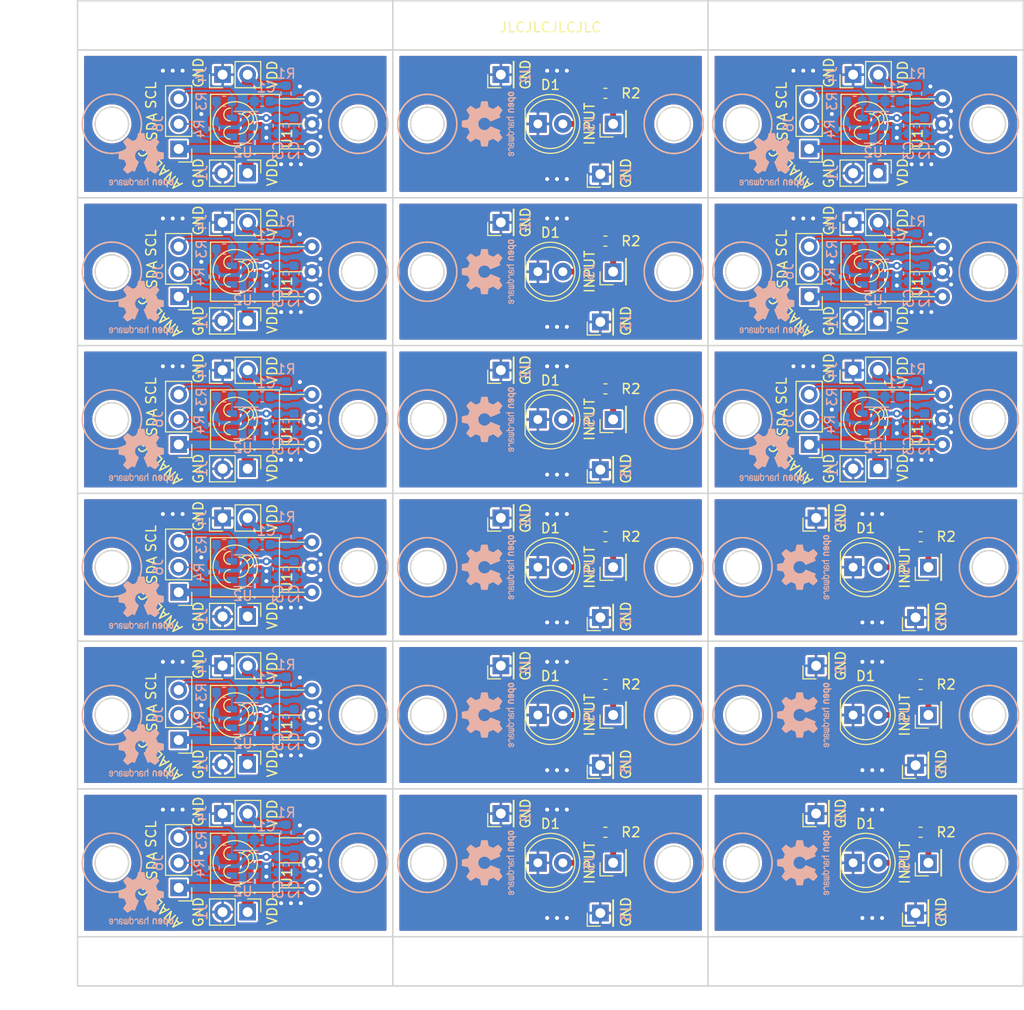
<source format=kicad_pcb>
(kicad_pcb (version 20171130) (host pcbnew 5.1.6-c6e7f7d~87~ubuntu18.04.1)
  (title_block (title "Infrared Strips") (date 2020-06-21) (rev "Rev. 0") (company "E. Lincoln Uehara") (comment 1 "Strips for infrared emitter and receiver") (comment 2 "Kicad 5.1.6 looks buggy when rtying to 3D view it"))
  (layers (0 F.Cu signal) (31 B.Cu signal) (34 B.Paste user) (35 F.Paste user) (36 B.SilkS user) (37 F.SilkS user) (38 B.Mask user) (39 F.Mask user) (44 Edge.Cuts user))
  (net 0 "")
  (net 1 GND)
  (net 2 "Net-(C1-Pad2)")
  (net 3 VDD)
  (net 4 "Net-(D1-Pad1)")
  (net 5 "Net-(D1-Pad2)")
  (net 6 "Net-(J5-Pad1)")
  (net 7 "Net-(J6-Pad1)")
  (net 8 "Net-(J6-Pad2)")
  (net 9 "Net-(J6-Pad3)")
  (module LED_THT:LED_D5.0mm (layer F.Cu) (at 177.3273 139.4)
    (fp_text reference D1 (at 1.27 -3.96) (layer F.SilkS))
    (fp_text value "INFRARED EMITTER")
    (pad 1 thru_hole rect (at 0 0) (size 1.8 1.8) (drill 0.9) (layers *.Cu *.Mask))
    (pad 2 thru_hole circle (at 2.54 0) (size 1.8 1.8) (drill 0.9) (layers *.Cu *.Mask))
  )
  (module Connector_PinHeader_2.54mm:PinHeader_1x01_P2.54mm_Vertical (layer F.Cu) (at 173.5673 134.4 90)
    (fp_text reference J2 (at 0 2.5 90) (layer B.SilkS) (effects (justify mirror)))
    (fp_text value Conn_01x01_Male)
    (pad 1 thru_hole rect (at 0 0 90) (size 1.7 1.7) (drill 1) (layers *.Cu *.Mask))
  )
  (module Resistor_SMD:R_0603_1608Metric (layer F.Cu) (at 184.1798 136.3 180)
    (fp_text reference R2 (at -2.5875 0) (layer F.SilkS))
    (fp_text value 220)
    (pad 2 smd roundrect (at 0.7875 0 180) (size 0.875 0.95) (layers F.Cu F.Paste F.Mask))
    (pad 1 smd roundrect (at -0.7875 0 180) (size 0.875 0.95) (layers F.Cu F.Paste F.Mask))
  )
  (module Symbol:OSHW-Logo2_7.3x6mm_SilkScreen (layer B.Cu) (at 172.3673 139.4 270)
    (fp_text reference REF** hide)
    (fp_text value OSHW-Logo2_7.3x6mm_SilkScreen hide)
  )
  (module Connector_PinHeader_2.54mm:PinHeader_1x01_P2.54mm_Vertical (layer F.Cu) (at 184.9673 139.4 90)
    (fp_text reference J5 (at 0 -2.4 90) (layer B.SilkS) (effects (justify mirror)))
    (fp_text value Conn_01x01_Male)
    (pad 1 thru_hole rect (at 0 0 90) (size 1.7 1.7) (drill 1) (layers *.Cu *.Mask))
  )
  (module Connector_PinHeader_2.54mm:PinHeader_1x01_P2.54mm_Vertical (layer F.Cu) (at 183.6673 144.5 90)
    (fp_text reference J3 (at 0 2.6 90) (layer B.SilkS) (effects (justify mirror)))
    (fp_text value Conn_01x01_Male)
    (pad 1 thru_hole rect (at 0 0 90) (size 1.7 1.7) (drill 1) (layers *.Cu *.Mask))
  )
  (module LED_THT:LED_D5.0mm (layer F.Cu) (at 177.3273 124.4)
    (fp_text reference D1 (at 1.27 -3.96) (layer F.SilkS))
    (fp_text value "INFRARED EMITTER")
    (pad 1 thru_hole rect (at 0 0) (size 1.8 1.8) (drill 0.9) (layers *.Cu *.Mask))
    (pad 2 thru_hole circle (at 2.54 0) (size 1.8 1.8) (drill 0.9) (layers *.Cu *.Mask))
  )
  (module Connector_PinHeader_2.54mm:PinHeader_1x01_P2.54mm_Vertical (layer F.Cu) (at 173.5673 119.4 90)
    (fp_text reference J2 (at 0 2.5 90) (layer B.SilkS) (effects (justify mirror)))
    (fp_text value Conn_01x01_Male)
    (pad 1 thru_hole rect (at 0 0 90) (size 1.7 1.7) (drill 1) (layers *.Cu *.Mask))
  )
  (module Resistor_SMD:R_0603_1608Metric (layer F.Cu) (at 184.1798 121.3 180)
    (fp_text reference R2 (at -2.5875 0) (layer F.SilkS))
    (fp_text value 220)
    (pad 2 smd roundrect (at 0.7875 0 180) (size 0.875 0.95) (layers F.Cu F.Paste F.Mask))
    (pad 1 smd roundrect (at -0.7875 0 180) (size 0.875 0.95) (layers F.Cu F.Paste F.Mask))
  )
  (module Symbol:OSHW-Logo2_7.3x6mm_SilkScreen (layer B.Cu) (at 172.3673 124.4 270)
    (fp_text reference REF** hide)
    (fp_text value OSHW-Logo2_7.3x6mm_SilkScreen hide)
  )
  (module Connector_PinHeader_2.54mm:PinHeader_1x01_P2.54mm_Vertical (layer F.Cu) (at 184.9673 124.4 90)
    (fp_text reference J5 (at 0 -2.4 90) (layer B.SilkS) (effects (justify mirror)))
    (fp_text value Conn_01x01_Male)
    (pad 1 thru_hole rect (at 0 0 90) (size 1.7 1.7) (drill 1) (layers *.Cu *.Mask))
  )
  (module Connector_PinHeader_2.54mm:PinHeader_1x01_P2.54mm_Vertical (layer F.Cu) (at 183.6673 129.5 90)
    (fp_text reference J3 (at 0 2.6 90) (layer B.SilkS) (effects (justify mirror)))
    (fp_text value Conn_01x01_Male)
    (pad 1 thru_hole rect (at 0 0 90) (size 1.7 1.7) (drill 1) (layers *.Cu *.Mask))
  )
  (module LED_THT:LED_D5.0mm (layer F.Cu) (at 177.3273 109.4)
    (fp_text reference D1 (at 1.27 -3.96) (layer F.SilkS))
    (fp_text value "INFRARED EMITTER")
    (pad 1 thru_hole rect (at 0 0) (size 1.8 1.8) (drill 0.9) (layers *.Cu *.Mask))
    (pad 2 thru_hole circle (at 2.54 0) (size 1.8 1.8) (drill 0.9) (layers *.Cu *.Mask))
  )
  (module Connector_PinHeader_2.54mm:PinHeader_1x01_P2.54mm_Vertical (layer F.Cu) (at 173.5673 104.4 90)
    (fp_text reference J2 (at 0 2.5 90) (layer B.SilkS) (effects (justify mirror)))
    (fp_text value Conn_01x01_Male)
    (pad 1 thru_hole rect (at 0 0 90) (size 1.7 1.7) (drill 1) (layers *.Cu *.Mask))
  )
  (module Resistor_SMD:R_0603_1608Metric (layer F.Cu) (at 184.1798 106.3 180)
    (fp_text reference R2 (at -2.5875 0) (layer F.SilkS))
    (fp_text value 220)
    (pad 2 smd roundrect (at 0.7875 0 180) (size 0.875 0.95) (layers F.Cu F.Paste F.Mask))
    (pad 1 smd roundrect (at -0.7875 0 180) (size 0.875 0.95) (layers F.Cu F.Paste F.Mask))
  )
  (module Symbol:OSHW-Logo2_7.3x6mm_SilkScreen (layer B.Cu) (at 172.3673 109.4 270)
    (fp_text reference REF** hide)
    (fp_text value OSHW-Logo2_7.3x6mm_SilkScreen hide)
  )
  (module Connector_PinHeader_2.54mm:PinHeader_1x01_P2.54mm_Vertical (layer F.Cu) (at 184.9673 109.4 90)
    (fp_text reference J5 (at 0 -2.4 90) (layer B.SilkS) (effects (justify mirror)))
    (fp_text value Conn_01x01_Male)
    (pad 1 thru_hole rect (at 0 0 90) (size 1.7 1.7) (drill 1) (layers *.Cu *.Mask))
  )
  (module Connector_PinHeader_2.54mm:PinHeader_1x01_P2.54mm_Vertical (layer F.Cu) (at 183.6673 114.5 90)
    (fp_text reference J3 (at 0 2.6 90) (layer B.SilkS) (effects (justify mirror)))
    (fp_text value Conn_01x01_Male)
    (pad 1 thru_hole rect (at 0 0 90) (size 1.7 1.7) (drill 1) (layers *.Cu *.Mask))
  )
  (module Connector_PinHeader_2.54mm:PinHeader_1x02_P2.54mm_Vertical (layer F.Cu) (at 177.3273 89.4 90)
    (fp_text reference J4 (at 0 -2.16 90) (layer B.SilkS) (effects (justify mirror)))
    (fp_text value Conn_01x02_Male)
    (pad 1 thru_hole rect (at 0 0 90) (size 1.7 1.7) (drill 1) (layers *.Cu *.Mask))
    (pad 2 thru_hole oval (at 0 2.54 90) (size 1.7 1.7) (drill 1) (layers *.Cu *.Mask))
  )
  (module Capacitor_SMD:C_0603_1608Metric (layer B.Cu) (at 184.5673 94.5875 90)
    (fp_text reference C2 (at -2.5125 0 90) (layer B.SilkS) (effects (justify mirror)))
    (fp_text value 10u)
    (pad 2 smd roundrect (at 0.7875 0 90) (size 0.875 0.95) (layers B.Cu B.Paste B.Mask))
    (pad 1 smd roundrect (at -0.7875 0 90) (size 0.875 0.95) (layers B.Cu B.Paste B.Mask))
  )
  (module Resistor_SMD:R_0603_1608Metric (layer B.Cu) (at 183.7673 91.3125 270)
    (fp_text reference R1 (at -2.0125 0) (layer B.SilkS) (effects (justify mirror)))
    (fp_text value 100)
    (pad 1 smd roundrect (at -0.7875 0 270) (size 0.875 0.95) (layers B.Cu B.Paste B.Mask))
    (pad 2 smd roundrect (at 0.7875 0 270) (size 0.875 0.95) (layers B.Cu B.Paste B.Mask))
  )
  (module Connector_PinHeader_2.54mm:PinHeader_1x02_P2.54mm_Vertical (layer F.Cu) (at 179.8673 99.4 270)
    (fp_text reference J1 (at 0 4.6 90) (layer B.SilkS) (effects (justify mirror)))
    (fp_text value Conn_01x02_Male)
    (pad 2 thru_hole oval (at 0 2.54 270) (size 1.7 1.7) (drill 1) (layers *.Cu *.Mask))
    (pad 1 thru_hole rect (at 0 0 270) (size 1.7 1.7) (drill 1) (layers *.Cu *.Mask))
  )
  (module Resistor_SMD:R_0603_1608Metric (layer B.Cu) (at 177.4798 92.1 180)
    (fp_text reference R3 (at 2.2875 0 90) (layer B.SilkS) (effects (justify mirror)))
    (fp_text value 10k)
    (pad 2 smd roundrect (at 0.7875 0 180) (size 0.875 0.95) (layers B.Cu B.Paste B.Mask))
    (pad 1 smd roundrect (at -0.7875 0 180) (size 0.875 0.95) (layers B.Cu B.Paste B.Mask))
  )
  (module Connector_PinHeader_2.54mm:PinHeader_1x03_P2.54mm_Vertical (layer F.Cu) (at 172.8673 96.94 180)
    (fp_text reference J6 (at 2.1 2.54 90) (layer B.SilkS) (effects (justify mirror)))
    (fp_text value Conn_01x03_Male)
    (pad 1 thru_hole rect (at 0 0 180) (size 1.7 1.7) (drill 1) (layers *.Cu *.Mask))
    (pad 2 thru_hole oval (at 0 2.54 180) (size 1.7 1.7) (drill 1) (layers *.Cu *.Mask))
    (pad 3 thru_hole oval (at 0 5.08 180) (size 1.7 1.7) (drill 1) (layers *.Cu *.Mask))
  )
  (module Resistor_SMD:R_0603_1608Metric (layer B.Cu) (at 176.4673 94.9125 90)
    (fp_text reference R4 (at 0.0125 -1.5 90) (layer B.SilkS) (effects (justify mirror)))
    (fp_text value 10k)
    (pad 1 smd roundrect (at -0.7875 0 90) (size 0.875 0.95) (layers B.Cu B.Paste B.Mask))
    (pad 2 smd roundrect (at 0.7875 0 90) (size 0.875 0.95) (layers B.Cu B.Paste B.Mask))
  )
  (module Package_TO_SOT_SMD:SOT-23-5 (layer B.Cu) (at 179.3673 94.75 180)
    (fp_text reference U2 (at 0 -2.55 180) (layer B.SilkS) (effects (justify mirror)))
    (fp_text value MCP3021)
    (pad 1 smd rect (at -1.1 0.95 180) (size 1.06 0.65) (layers B.Cu B.Paste B.Mask))
    (pad 2 smd rect (at -1.1 0 180) (size 1.06 0.65) (layers B.Cu B.Paste B.Mask))
    (pad 3 smd rect (at -1.1 -0.95 180) (size 1.06 0.65) (layers B.Cu B.Paste B.Mask))
    (pad 4 smd rect (at 1.1 -0.95 180) (size 1.06 0.65) (layers B.Cu B.Paste B.Mask))
    (pad 5 smd rect (at 1.1 0.95 180) (size 1.06 0.65) (layers B.Cu B.Paste B.Mask))
  )
  (module Capacitor_SMD:C_0603_1608Metric (layer B.Cu) (at 181.3298 92.1)
    (fp_text reference C1 (at 0.4375 -1.4 180) (layer B.SilkS) (effects (justify mirror)))
    (fp_text value 4.7u)
    (pad 1 smd roundrect (at -0.7875 0) (size 0.875 0.95) (layers B.Cu B.Paste B.Mask))
    (pad 2 smd roundrect (at 0.7875 0) (size 0.875 0.95) (layers B.Cu B.Paste B.Mask))
  )
  (module Symbol:OSHW-Logo2_7.3x6mm_SilkScreen (layer B.Cu) (at 169.0673 98.1 180)
    (fp_text reference REF** hide)
    (fp_text value OSHW-Logo2_7.3x6mm_SilkScreen hide)
  )
  (module IR_Strip:infrared_lie_down (layer F.Cu) (at 181.1 94.4 90)
    (fp_text reference U1 (at -1.5 2.7673 270) (layer F.SilkS))
    (fp_text value TSOP45xx)
    (pad 2 thru_hole circle (at 0 5.3 90) (size 1.524 1.524) (drill 0.762) (layers *.Cu *.Mask))
    (pad 3 thru_hole circle (at 2.54 5.3 90) (size 1.524 1.524) (drill 0.762) (layers *.Cu *.Mask))
    (pad 1 thru_hole circle (at -2.54 5.3 90) (size 1.524 1.524) (drill 0.762) (layers *.Cu *.Mask))
  )
  (module Capacitor_SMD:C_0603_1608Metric (layer B.Cu) (at 182.9673 94.5875 90)
    (fp_text reference C3 (at -2.5125 0 90) (layer B.SilkS) (effects (justify mirror)))
    (fp_text value 0.1u)
    (pad 1 smd roundrect (at -0.7875 0 90) (size 0.875 0.95) (layers B.Cu B.Paste B.Mask))
    (pad 2 smd roundrect (at 0.7875 0 90) (size 0.875 0.95) (layers B.Cu B.Paste B.Mask))
  )
  (module Connector_PinHeader_2.54mm:PinHeader_1x02_P2.54mm_Vertical (layer F.Cu) (at 177.3273 74.4 90)
    (fp_text reference J4 (at 0 -2.16 90) (layer B.SilkS) (effects (justify mirror)))
    (fp_text value Conn_01x02_Male)
    (pad 1 thru_hole rect (at 0 0 90) (size 1.7 1.7) (drill 1) (layers *.Cu *.Mask))
    (pad 2 thru_hole oval (at 0 2.54 90) (size 1.7 1.7) (drill 1) (layers *.Cu *.Mask))
  )
  (module Capacitor_SMD:C_0603_1608Metric (layer B.Cu) (at 184.5673 79.5875 90)
    (fp_text reference C2 (at -2.5125 0 90) (layer B.SilkS) (effects (justify mirror)))
    (fp_text value 10u)
    (pad 2 smd roundrect (at 0.7875 0 90) (size 0.875 0.95) (layers B.Cu B.Paste B.Mask))
    (pad 1 smd roundrect (at -0.7875 0 90) (size 0.875 0.95) (layers B.Cu B.Paste B.Mask))
  )
  (module Resistor_SMD:R_0603_1608Metric (layer B.Cu) (at 183.7673 76.3125 270)
    (fp_text reference R1 (at -2.0125 0) (layer B.SilkS) (effects (justify mirror)))
    (fp_text value 100)
    (pad 1 smd roundrect (at -0.7875 0 270) (size 0.875 0.95) (layers B.Cu B.Paste B.Mask))
    (pad 2 smd roundrect (at 0.7875 0 270) (size 0.875 0.95) (layers B.Cu B.Paste B.Mask))
  )
  (module Connector_PinHeader_2.54mm:PinHeader_1x02_P2.54mm_Vertical (layer F.Cu) (at 179.8673 84.4 270)
    (fp_text reference J1 (at 0 4.6 90) (layer B.SilkS) (effects (justify mirror)))
    (fp_text value Conn_01x02_Male)
    (pad 2 thru_hole oval (at 0 2.54 270) (size 1.7 1.7) (drill 1) (layers *.Cu *.Mask))
    (pad 1 thru_hole rect (at 0 0 270) (size 1.7 1.7) (drill 1) (layers *.Cu *.Mask))
  )
  (module Resistor_SMD:R_0603_1608Metric (layer B.Cu) (at 177.4798 77.1 180)
    (fp_text reference R3 (at 2.2875 0 90) (layer B.SilkS) (effects (justify mirror)))
    (fp_text value 10k)
    (pad 2 smd roundrect (at 0.7875 0 180) (size 0.875 0.95) (layers B.Cu B.Paste B.Mask))
    (pad 1 smd roundrect (at -0.7875 0 180) (size 0.875 0.95) (layers B.Cu B.Paste B.Mask))
  )
  (module Connector_PinHeader_2.54mm:PinHeader_1x03_P2.54mm_Vertical (layer F.Cu) (at 172.8673 81.94 180)
    (fp_text reference J6 (at 2.1 2.54 90) (layer B.SilkS) (effects (justify mirror)))
    (fp_text value Conn_01x03_Male)
    (pad 1 thru_hole rect (at 0 0 180) (size 1.7 1.7) (drill 1) (layers *.Cu *.Mask))
    (pad 2 thru_hole oval (at 0 2.54 180) (size 1.7 1.7) (drill 1) (layers *.Cu *.Mask))
    (pad 3 thru_hole oval (at 0 5.08 180) (size 1.7 1.7) (drill 1) (layers *.Cu *.Mask))
  )
  (module Resistor_SMD:R_0603_1608Metric (layer B.Cu) (at 176.4673 79.9125 90)
    (fp_text reference R4 (at 0.0125 -1.5 90) (layer B.SilkS) (effects (justify mirror)))
    (fp_text value 10k)
    (pad 1 smd roundrect (at -0.7875 0 90) (size 0.875 0.95) (layers B.Cu B.Paste B.Mask))
    (pad 2 smd roundrect (at 0.7875 0 90) (size 0.875 0.95) (layers B.Cu B.Paste B.Mask))
  )
  (module Package_TO_SOT_SMD:SOT-23-5 (layer B.Cu) (at 179.3673 79.75 180)
    (fp_text reference U2 (at 0 -2.55 180) (layer B.SilkS) (effects (justify mirror)))
    (fp_text value MCP3021)
    (pad 1 smd rect (at -1.1 0.95 180) (size 1.06 0.65) (layers B.Cu B.Paste B.Mask))
    (pad 2 smd rect (at -1.1 0 180) (size 1.06 0.65) (layers B.Cu B.Paste B.Mask))
    (pad 3 smd rect (at -1.1 -0.95 180) (size 1.06 0.65) (layers B.Cu B.Paste B.Mask))
    (pad 4 smd rect (at 1.1 -0.95 180) (size 1.06 0.65) (layers B.Cu B.Paste B.Mask))
    (pad 5 smd rect (at 1.1 0.95 180) (size 1.06 0.65) (layers B.Cu B.Paste B.Mask))
  )
  (module Capacitor_SMD:C_0603_1608Metric (layer B.Cu) (at 181.3298 77.1)
    (fp_text reference C1 (at 0.4375 -1.4 180) (layer B.SilkS) (effects (justify mirror)))
    (fp_text value 4.7u)
    (pad 1 smd roundrect (at -0.7875 0) (size 0.875 0.95) (layers B.Cu B.Paste B.Mask))
    (pad 2 smd roundrect (at 0.7875 0) (size 0.875 0.95) (layers B.Cu B.Paste B.Mask))
  )
  (module Symbol:OSHW-Logo2_7.3x6mm_SilkScreen (layer B.Cu) (at 169.0673 83.1 180)
    (fp_text reference REF** hide)
    (fp_text value OSHW-Logo2_7.3x6mm_SilkScreen hide)
  )
  (module IR_Strip:infrared_lie_down (layer F.Cu) (at 181.1 79.4 90)
    (fp_text reference U1 (at -1.5 2.7673 270) (layer F.SilkS))
    (fp_text value TSOP45xx)
    (pad 2 thru_hole circle (at 0 5.3 90) (size 1.524 1.524) (drill 0.762) (layers *.Cu *.Mask))
    (pad 3 thru_hole circle (at 2.54 5.3 90) (size 1.524 1.524) (drill 0.762) (layers *.Cu *.Mask))
    (pad 1 thru_hole circle (at -2.54 5.3 90) (size 1.524 1.524) (drill 0.762) (layers *.Cu *.Mask))
  )
  (module Capacitor_SMD:C_0603_1608Metric (layer B.Cu) (at 182.9673 79.5875 90)
    (fp_text reference C3 (at -2.5125 0 90) (layer B.SilkS) (effects (justify mirror)))
    (fp_text value 0.1u)
    (pad 1 smd roundrect (at -0.7875 0 90) (size 0.875 0.95) (layers B.Cu B.Paste B.Mask))
    (pad 2 smd roundrect (at 0.7875 0 90) (size 0.875 0.95) (layers B.Cu B.Paste B.Mask))
  )
  (module Connector_PinHeader_2.54mm:PinHeader_1x02_P2.54mm_Vertical (layer F.Cu) (at 177.3273 59.4 90)
    (fp_text reference J4 (at 0 -2.16 90) (layer B.SilkS) (effects (justify mirror)))
    (fp_text value Conn_01x02_Male)
    (pad 1 thru_hole rect (at 0 0 90) (size 1.7 1.7) (drill 1) (layers *.Cu *.Mask))
    (pad 2 thru_hole oval (at 0 2.54 90) (size 1.7 1.7) (drill 1) (layers *.Cu *.Mask))
  )
  (module Capacitor_SMD:C_0603_1608Metric (layer B.Cu) (at 184.5673 64.5875 90)
    (fp_text reference C2 (at -2.5125 0 90) (layer B.SilkS) (effects (justify mirror)))
    (fp_text value 10u)
    (pad 2 smd roundrect (at 0.7875 0 90) (size 0.875 0.95) (layers B.Cu B.Paste B.Mask))
    (pad 1 smd roundrect (at -0.7875 0 90) (size 0.875 0.95) (layers B.Cu B.Paste B.Mask))
  )
  (module Resistor_SMD:R_0603_1608Metric (layer B.Cu) (at 183.7673 61.3125 270)
    (fp_text reference R1 (at -2.0125 0) (layer B.SilkS) (effects (justify mirror)))
    (fp_text value 100)
    (pad 1 smd roundrect (at -0.7875 0 270) (size 0.875 0.95) (layers B.Cu B.Paste B.Mask))
    (pad 2 smd roundrect (at 0.7875 0 270) (size 0.875 0.95) (layers B.Cu B.Paste B.Mask))
  )
  (module Connector_PinHeader_2.54mm:PinHeader_1x02_P2.54mm_Vertical (layer F.Cu) (at 179.8673 69.4 270)
    (fp_text reference J1 (at 0 4.6 90) (layer B.SilkS) (effects (justify mirror)))
    (fp_text value Conn_01x02_Male)
    (pad 2 thru_hole oval (at 0 2.54 270) (size 1.7 1.7) (drill 1) (layers *.Cu *.Mask))
    (pad 1 thru_hole rect (at 0 0 270) (size 1.7 1.7) (drill 1) (layers *.Cu *.Mask))
  )
  (module Resistor_SMD:R_0603_1608Metric (layer B.Cu) (at 177.4798 62.1 180)
    (fp_text reference R3 (at 2.2875 0 90) (layer B.SilkS) (effects (justify mirror)))
    (fp_text value 10k)
    (pad 2 smd roundrect (at 0.7875 0 180) (size 0.875 0.95) (layers B.Cu B.Paste B.Mask))
    (pad 1 smd roundrect (at -0.7875 0 180) (size 0.875 0.95) (layers B.Cu B.Paste B.Mask))
  )
  (module Connector_PinHeader_2.54mm:PinHeader_1x03_P2.54mm_Vertical (layer F.Cu) (at 172.8673 66.94 180)
    (fp_text reference J6 (at 2.1 2.54 90) (layer B.SilkS) (effects (justify mirror)))
    (fp_text value Conn_01x03_Male)
    (pad 1 thru_hole rect (at 0 0 180) (size 1.7 1.7) (drill 1) (layers *.Cu *.Mask))
    (pad 2 thru_hole oval (at 0 2.54 180) (size 1.7 1.7) (drill 1) (layers *.Cu *.Mask))
    (pad 3 thru_hole oval (at 0 5.08 180) (size 1.7 1.7) (drill 1) (layers *.Cu *.Mask))
  )
  (module Resistor_SMD:R_0603_1608Metric (layer B.Cu) (at 176.4673 64.9125 90)
    (fp_text reference R4 (at 0.0125 -1.5 90) (layer B.SilkS) (effects (justify mirror)))
    (fp_text value 10k)
    (pad 1 smd roundrect (at -0.7875 0 90) (size 0.875 0.95) (layers B.Cu B.Paste B.Mask))
    (pad 2 smd roundrect (at 0.7875 0 90) (size 0.875 0.95) (layers B.Cu B.Paste B.Mask))
  )
  (module Package_TO_SOT_SMD:SOT-23-5 (layer B.Cu) (at 179.3673 64.75 180)
    (fp_text reference U2 (at 0 -2.55 180) (layer B.SilkS) (effects (justify mirror)))
    (fp_text value MCP3021)
    (pad 1 smd rect (at -1.1 0.95 180) (size 1.06 0.65) (layers B.Cu B.Paste B.Mask))
    (pad 2 smd rect (at -1.1 0 180) (size 1.06 0.65) (layers B.Cu B.Paste B.Mask))
    (pad 3 smd rect (at -1.1 -0.95 180) (size 1.06 0.65) (layers B.Cu B.Paste B.Mask))
    (pad 4 smd rect (at 1.1 -0.95 180) (size 1.06 0.65) (layers B.Cu B.Paste B.Mask))
    (pad 5 smd rect (at 1.1 0.95 180) (size 1.06 0.65) (layers B.Cu B.Paste B.Mask))
  )
  (module Capacitor_SMD:C_0603_1608Metric (layer B.Cu) (at 181.3298 62.1)
    (fp_text reference C1 (at 0.4375 -1.4 180) (layer B.SilkS) (effects (justify mirror)))
    (fp_text value 4.7u)
    (pad 1 smd roundrect (at -0.7875 0) (size 0.875 0.95) (layers B.Cu B.Paste B.Mask))
    (pad 2 smd roundrect (at 0.7875 0) (size 0.875 0.95) (layers B.Cu B.Paste B.Mask))
  )
  (module Symbol:OSHW-Logo2_7.3x6mm_SilkScreen (layer B.Cu) (at 169.0673 68.1 180)
    (fp_text reference REF** hide)
    (fp_text value OSHW-Logo2_7.3x6mm_SilkScreen hide)
  )
  (module IR_Strip:infrared_lie_down (layer F.Cu) (at 181.1 64.4 90)
    (fp_text reference U1 (at -1.5 2.7673 270) (layer F.SilkS))
    (fp_text value TSOP45xx)
    (pad 2 thru_hole circle (at 0 5.3 90) (size 1.524 1.524) (drill 0.762) (layers *.Cu *.Mask))
    (pad 3 thru_hole circle (at 2.54 5.3 90) (size 1.524 1.524) (drill 0.762) (layers *.Cu *.Mask))
    (pad 1 thru_hole circle (at -2.54 5.3 90) (size 1.524 1.524) (drill 0.762) (layers *.Cu *.Mask))
  )
  (module Capacitor_SMD:C_0603_1608Metric (layer B.Cu) (at 182.9673 64.5875 90)
    (fp_text reference C3 (at -2.5125 0 90) (layer B.SilkS) (effects (justify mirror)))
    (fp_text value 0.1u)
    (pad 1 smd roundrect (at -0.7875 0 90) (size 0.875 0.95) (layers B.Cu B.Paste B.Mask))
    (pad 2 smd roundrect (at 0.7875 0 90) (size 0.875 0.95) (layers B.Cu B.Paste B.Mask))
  )
  (module Resistor_SMD:R_0603_1608Metric (layer B.Cu) (at 113.4825 137.1 180)
    (fp_text reference R3 (at 2.2875 0 90) (layer B.SilkS) (effects (justify mirror)))
    (fp_text value 10k)
    (pad 1 smd roundrect (at -0.7875 0 180) (size 0.875 0.95) (layers B.Cu B.Paste B.Mask))
    (pad 2 smd roundrect (at 0.7875 0 180) (size 0.875 0.95) (layers B.Cu B.Paste B.Mask))
  )
  (module LED_THT:LED_D5.0mm (layer F.Cu) (at 145.33 139.4)
    (fp_text reference D1 (at 1.27 -3.96) (layer F.SilkS))
    (fp_text value "INFRARED EMITTER")
    (pad 2 thru_hole circle (at 2.54 0) (size 1.8 1.8) (drill 0.9) (layers *.Cu *.Mask))
    (pad 1 thru_hole rect (at 0 0) (size 1.8 1.8) (drill 0.9) (layers *.Cu *.Mask))
  )
  (module Resistor_SMD:R_0603_1608Metric (layer B.Cu) (at 119.77 136.3125 270)
    (fp_text reference R1 (at -2.0125 0) (layer B.SilkS) (effects (justify mirror)))
    (fp_text value 100)
    (pad 2 smd roundrect (at 0.7875 0 270) (size 0.875 0.95) (layers B.Cu B.Paste B.Mask))
    (pad 1 smd roundrect (at -0.7875 0 270) (size 0.875 0.95) (layers B.Cu B.Paste B.Mask))
  )
  (module IR_Strip:infrared_lie_down (layer F.Cu) (at 117.1027 139.4 90)
    (fp_text reference U1 (at -1.5 2.7673 270) (layer F.SilkS))
    (fp_text value TSOP45xx)
    (pad 1 thru_hole circle (at -2.54 5.3 90) (size 1.524 1.524) (drill 0.762) (layers *.Cu *.Mask))
    (pad 3 thru_hole circle (at 2.54 5.3 90) (size 1.524 1.524) (drill 0.762) (layers *.Cu *.Mask))
    (pad 2 thru_hole circle (at 0 5.3 90) (size 1.524 1.524) (drill 0.762) (layers *.Cu *.Mask))
  )
  (module Symbol:OSHW-Logo2_7.3x6mm_SilkScreen (layer B.Cu) (at 105.07 143.1 180)
    (fp_text reference REF** hide)
    (fp_text value OSHW-Logo2_7.3x6mm_SilkScreen hide)
  )
  (module Connector_PinHeader_2.54mm:PinHeader_1x01_P2.54mm_Vertical (layer F.Cu) (at 141.57 134.4 90)
    (fp_text reference J2 (at 0 2.5 90) (layer B.SilkS) (effects (justify mirror)))
    (fp_text value Conn_01x01_Male)
    (pad 1 thru_hole rect (at 0 0 90) (size 1.7 1.7) (drill 1) (layers *.Cu *.Mask))
  )
  (module Resistor_SMD:R_0603_1608Metric (layer F.Cu) (at 152.1825 136.3 180)
    (fp_text reference R2 (at -2.5875 0) (layer F.SilkS))
    (fp_text value 220)
    (pad 1 smd roundrect (at -0.7875 0 180) (size 0.875 0.95) (layers F.Cu F.Paste F.Mask))
    (pad 2 smd roundrect (at 0.7875 0 180) (size 0.875 0.95) (layers F.Cu F.Paste F.Mask))
  )
  (module Symbol:OSHW-Logo2_7.3x6mm_SilkScreen (layer B.Cu) (at 140.37 139.4 270)
    (fp_text reference REF** hide)
    (fp_text value OSHW-Logo2_7.3x6mm_SilkScreen hide)
  )
  (module Package_TO_SOT_SMD:SOT-23-5 (layer B.Cu) (at 115.37 139.75 180)
    (fp_text reference U2 (at 0 -2.55 180) (layer B.SilkS) (effects (justify mirror)))
    (fp_text value MCP3021)
    (pad 5 smd rect (at 1.1 0.95 180) (size 1.06 0.65) (layers B.Cu B.Paste B.Mask))
    (pad 4 smd rect (at 1.1 -0.95 180) (size 1.06 0.65) (layers B.Cu B.Paste B.Mask))
    (pad 3 smd rect (at -1.1 -0.95 180) (size 1.06 0.65) (layers B.Cu B.Paste B.Mask))
    (pad 2 smd rect (at -1.1 0 180) (size 1.06 0.65) (layers B.Cu B.Paste B.Mask))
    (pad 1 smd rect (at -1.1 0.95 180) (size 1.06 0.65) (layers B.Cu B.Paste B.Mask))
  )
  (module Connector_PinHeader_2.54mm:PinHeader_1x01_P2.54mm_Vertical (layer F.Cu) (at 152.97 139.4 90)
    (fp_text reference J5 (at 0 -2.4 90) (layer B.SilkS) (effects (justify mirror)))
    (fp_text value Conn_01x01_Male)
    (pad 1 thru_hole rect (at 0 0 90) (size 1.7 1.7) (drill 1) (layers *.Cu *.Mask))
  )
  (module Connector_PinHeader_2.54mm:PinHeader_1x01_P2.54mm_Vertical (layer F.Cu) (at 151.67 144.5 90)
    (fp_text reference J3 (at 0 2.6 90) (layer B.SilkS) (effects (justify mirror)))
    (fp_text value Conn_01x01_Male)
    (pad 1 thru_hole rect (at 0 0 90) (size 1.7 1.7) (drill 1) (layers *.Cu *.Mask))
  )
  (module Connector_PinHeader_2.54mm:PinHeader_1x03_P2.54mm_Vertical (layer F.Cu) (at 108.87 141.94 180)
    (fp_text reference J6 (at 2.1 2.54 90) (layer B.SilkS) (effects (justify mirror)))
    (fp_text value Conn_01x03_Male)
    (pad 3 thru_hole oval (at 0 5.08 180) (size 1.7 1.7) (drill 1) (layers *.Cu *.Mask))
    (pad 2 thru_hole oval (at 0 2.54 180) (size 1.7 1.7) (drill 1) (layers *.Cu *.Mask))
    (pad 1 thru_hole rect (at 0 0 180) (size 1.7 1.7) (drill 1) (layers *.Cu *.Mask))
  )
  (module Capacitor_SMD:C_0603_1608Metric (layer B.Cu) (at 117.3325 137.1)
    (fp_text reference C1 (at 0.4375 -1.4 180) (layer B.SilkS) (effects (justify mirror)))
    (fp_text value 4.7u)
    (pad 2 smd roundrect (at 0.7875 0) (size 0.875 0.95) (layers B.Cu B.Paste B.Mask))
    (pad 1 smd roundrect (at -0.7875 0) (size 0.875 0.95) (layers B.Cu B.Paste B.Mask))
  )
  (module Capacitor_SMD:C_0603_1608Metric (layer B.Cu) (at 118.97 139.5875 90)
    (fp_text reference C3 (at -2.5125 0 90) (layer B.SilkS) (effects (justify mirror)))
    (fp_text value 0.1u)
    (pad 2 smd roundrect (at 0.7875 0 90) (size 0.875 0.95) (layers B.Cu B.Paste B.Mask))
    (pad 1 smd roundrect (at -0.7875 0 90) (size 0.875 0.95) (layers B.Cu B.Paste B.Mask))
  )
  (module Connector_PinHeader_2.54mm:PinHeader_1x02_P2.54mm_Vertical (layer F.Cu) (at 115.87 144.4 270)
    (fp_text reference J1 (at 0 4.6 90) (layer B.SilkS) (effects (justify mirror)))
    (fp_text value Conn_01x02_Male)
    (pad 1 thru_hole rect (at 0 0 270) (size 1.7 1.7) (drill 1) (layers *.Cu *.Mask))
    (pad 2 thru_hole oval (at 0 2.54 270) (size 1.7 1.7) (drill 1) (layers *.Cu *.Mask))
  )
  (module Resistor_SMD:R_0603_1608Metric (layer B.Cu) (at 112.47 139.9125 90)
    (fp_text reference R4 (at 0.0125 -1.5 90) (layer B.SilkS) (effects (justify mirror)))
    (fp_text value 10k)
    (pad 2 smd roundrect (at 0.7875 0 90) (size 0.875 0.95) (layers B.Cu B.Paste B.Mask))
    (pad 1 smd roundrect (at -0.7875 0 90) (size 0.875 0.95) (layers B.Cu B.Paste B.Mask))
  )
  (module Capacitor_SMD:C_0603_1608Metric (layer B.Cu) (at 120.57 139.5875 90)
    (fp_text reference C2 (at -2.5125 0 90) (layer B.SilkS) (effects (justify mirror)))
    (fp_text value 10u)
    (pad 1 smd roundrect (at -0.7875 0 90) (size 0.875 0.95) (layers B.Cu B.Paste B.Mask))
    (pad 2 smd roundrect (at 0.7875 0 90) (size 0.875 0.95) (layers B.Cu B.Paste B.Mask))
  )
  (module Connector_PinHeader_2.54mm:PinHeader_1x02_P2.54mm_Vertical (layer F.Cu) (at 113.33 134.4 90)
    (fp_text reference J4 (at 0 -2.16 90) (layer B.SilkS) (effects (justify mirror)))
    (fp_text value Conn_01x02_Male)
    (pad 2 thru_hole oval (at 0 2.54 90) (size 1.7 1.7) (drill 1) (layers *.Cu *.Mask))
    (pad 1 thru_hole rect (at 0 0 90) (size 1.7 1.7) (drill 1) (layers *.Cu *.Mask))
  )
  (module Resistor_SMD:R_0603_1608Metric (layer B.Cu) (at 113.4825 122.1 180)
    (fp_text reference R3 (at 2.2875 0 90) (layer B.SilkS) (effects (justify mirror)))
    (fp_text value 10k)
    (pad 1 smd roundrect (at -0.7875 0 180) (size 0.875 0.95) (layers B.Cu B.Paste B.Mask))
    (pad 2 smd roundrect (at 0.7875 0 180) (size 0.875 0.95) (layers B.Cu B.Paste B.Mask))
  )
  (module LED_THT:LED_D5.0mm (layer F.Cu) (at 145.33 124.4)
    (fp_text reference D1 (at 1.27 -3.96) (layer F.SilkS))
    (fp_text value "INFRARED EMITTER")
    (pad 2 thru_hole circle (at 2.54 0) (size 1.8 1.8) (drill 0.9) (layers *.Cu *.Mask))
    (pad 1 thru_hole rect (at 0 0) (size 1.8 1.8) (drill 0.9) (layers *.Cu *.Mask))
  )
  (module Resistor_SMD:R_0603_1608Metric (layer B.Cu) (at 119.77 121.3125 270)
    (fp_text reference R1 (at -2.0125 0) (layer B.SilkS) (effects (justify mirror)))
    (fp_text value 100)
    (pad 2 smd roundrect (at 0.7875 0 270) (size 0.875 0.95) (layers B.Cu B.Paste B.Mask))
    (pad 1 smd roundrect (at -0.7875 0 270) (size 0.875 0.95) (layers B.Cu B.Paste B.Mask))
  )
  (module IR_Strip:infrared_lie_down (layer F.Cu) (at 117.1027 124.4 90)
    (fp_text reference U1 (at -1.5 2.7673 270) (layer F.SilkS))
    (fp_text value TSOP45xx)
    (pad 1 thru_hole circle (at -2.54 5.3 90) (size 1.524 1.524) (drill 0.762) (layers *.Cu *.Mask))
    (pad 3 thru_hole circle (at 2.54 5.3 90) (size 1.524 1.524) (drill 0.762) (layers *.Cu *.Mask))
    (pad 2 thru_hole circle (at 0 5.3 90) (size 1.524 1.524) (drill 0.762) (layers *.Cu *.Mask))
  )
  (module Symbol:OSHW-Logo2_7.3x6mm_SilkScreen (layer B.Cu) (at 105.07 128.1 180)
    (fp_text reference REF** hide)
    (fp_text value OSHW-Logo2_7.3x6mm_SilkScreen hide)
  )
  (module Connector_PinHeader_2.54mm:PinHeader_1x01_P2.54mm_Vertical (layer F.Cu) (at 141.57 119.4 90)
    (fp_text reference J2 (at 0 2.5 90) (layer B.SilkS) (effects (justify mirror)))
    (fp_text value Conn_01x01_Male)
    (pad 1 thru_hole rect (at 0 0 90) (size 1.7 1.7) (drill 1) (layers *.Cu *.Mask))
  )
  (module Resistor_SMD:R_0603_1608Metric (layer F.Cu) (at 152.1825 121.3 180)
    (fp_text reference R2 (at -2.5875 0) (layer F.SilkS))
    (fp_text value 220)
    (pad 1 smd roundrect (at -0.7875 0 180) (size 0.875 0.95) (layers F.Cu F.Paste F.Mask))
    (pad 2 smd roundrect (at 0.7875 0 180) (size 0.875 0.95) (layers F.Cu F.Paste F.Mask))
  )
  (module Symbol:OSHW-Logo2_7.3x6mm_SilkScreen (layer B.Cu) (at 140.37 124.4 270)
    (fp_text reference REF** hide)
    (fp_text value OSHW-Logo2_7.3x6mm_SilkScreen hide)
  )
  (module Package_TO_SOT_SMD:SOT-23-5 (layer B.Cu) (at 115.37 124.75 180)
    (fp_text reference U2 (at 0 -2.55 180) (layer B.SilkS) (effects (justify mirror)))
    (fp_text value MCP3021)
    (pad 5 smd rect (at 1.1 0.95 180) (size 1.06 0.65) (layers B.Cu B.Paste B.Mask))
    (pad 4 smd rect (at 1.1 -0.95 180) (size 1.06 0.65) (layers B.Cu B.Paste B.Mask))
    (pad 3 smd rect (at -1.1 -0.95 180) (size 1.06 0.65) (layers B.Cu B.Paste B.Mask))
    (pad 2 smd rect (at -1.1 0 180) (size 1.06 0.65) (layers B.Cu B.Paste B.Mask))
    (pad 1 smd rect (at -1.1 0.95 180) (size 1.06 0.65) (layers B.Cu B.Paste B.Mask))
  )
  (module Connector_PinHeader_2.54mm:PinHeader_1x01_P2.54mm_Vertical (layer F.Cu) (at 152.97 124.4 90)
    (fp_text reference J5 (at 0 -2.4 90) (layer B.SilkS) (effects (justify mirror)))
    (fp_text value Conn_01x01_Male)
    (pad 1 thru_hole rect (at 0 0 90) (size 1.7 1.7) (drill 1) (layers *.Cu *.Mask))
  )
  (module Connector_PinHeader_2.54mm:PinHeader_1x01_P2.54mm_Vertical (layer F.Cu) (at 151.67 129.5 90)
    (fp_text reference J3 (at 0 2.6 90) (layer B.SilkS) (effects (justify mirror)))
    (fp_text value Conn_01x01_Male)
    (pad 1 thru_hole rect (at 0 0 90) (size 1.7 1.7) (drill 1) (layers *.Cu *.Mask))
  )
  (module Connector_PinHeader_2.54mm:PinHeader_1x03_P2.54mm_Vertical (layer F.Cu) (at 108.87 126.94 180)
    (fp_text reference J6 (at 2.1 2.54 90) (layer B.SilkS) (effects (justify mirror)))
    (fp_text value Conn_01x03_Male)
    (pad 3 thru_hole oval (at 0 5.08 180) (size 1.7 1.7) (drill 1) (layers *.Cu *.Mask))
    (pad 2 thru_hole oval (at 0 2.54 180) (size 1.7 1.7) (drill 1) (layers *.Cu *.Mask))
    (pad 1 thru_hole rect (at 0 0 180) (size 1.7 1.7) (drill 1) (layers *.Cu *.Mask))
  )
  (module Capacitor_SMD:C_0603_1608Metric (layer B.Cu) (at 117.3325 122.1)
    (fp_text reference C1 (at 0.4375 -1.4 180) (layer B.SilkS) (effects (justify mirror)))
    (fp_text value 4.7u)
    (pad 2 smd roundrect (at 0.7875 0) (size 0.875 0.95) (layers B.Cu B.Paste B.Mask))
    (pad 1 smd roundrect (at -0.7875 0) (size 0.875 0.95) (layers B.Cu B.Paste B.Mask))
  )
  (module Capacitor_SMD:C_0603_1608Metric (layer B.Cu) (at 118.97 124.5875 90)
    (fp_text reference C3 (at -2.5125 0 90) (layer B.SilkS) (effects (justify mirror)))
    (fp_text value 0.1u)
    (pad 2 smd roundrect (at 0.7875 0 90) (size 0.875 0.95) (layers B.Cu B.Paste B.Mask))
    (pad 1 smd roundrect (at -0.7875 0 90) (size 0.875 0.95) (layers B.Cu B.Paste B.Mask))
  )
  (module Connector_PinHeader_2.54mm:PinHeader_1x02_P2.54mm_Vertical (layer F.Cu) (at 115.87 129.4 270)
    (fp_text reference J1 (at 0 4.6 90) (layer B.SilkS) (effects (justify mirror)))
    (fp_text value Conn_01x02_Male)
    (pad 1 thru_hole rect (at 0 0 270) (size 1.7 1.7) (drill 1) (layers *.Cu *.Mask))
    (pad 2 thru_hole oval (at 0 2.54 270) (size 1.7 1.7) (drill 1) (layers *.Cu *.Mask))
  )
  (module Resistor_SMD:R_0603_1608Metric (layer B.Cu) (at 112.47 124.9125 90)
    (fp_text reference R4 (at 0.0125 -1.5 90) (layer B.SilkS) (effects (justify mirror)))
    (fp_text value 10k)
    (pad 2 smd roundrect (at 0.7875 0 90) (size 0.875 0.95) (layers B.Cu B.Paste B.Mask))
    (pad 1 smd roundrect (at -0.7875 0 90) (size 0.875 0.95) (layers B.Cu B.Paste B.Mask))
  )
  (module Capacitor_SMD:C_0603_1608Metric (layer B.Cu) (at 120.57 124.5875 90)
    (fp_text reference C2 (at -2.5125 0 90) (layer B.SilkS) (effects (justify mirror)))
    (fp_text value 10u)
    (pad 1 smd roundrect (at -0.7875 0 90) (size 0.875 0.95) (layers B.Cu B.Paste B.Mask))
    (pad 2 smd roundrect (at 0.7875 0 90) (size 0.875 0.95) (layers B.Cu B.Paste B.Mask))
  )
  (module Connector_PinHeader_2.54mm:PinHeader_1x02_P2.54mm_Vertical (layer F.Cu) (at 113.33 119.4 90)
    (fp_text reference J4 (at 0 -2.16 90) (layer B.SilkS) (effects (justify mirror)))
    (fp_text value Conn_01x02_Male)
    (pad 2 thru_hole oval (at 0 2.54 90) (size 1.7 1.7) (drill 1) (layers *.Cu *.Mask))
    (pad 1 thru_hole rect (at 0 0 90) (size 1.7 1.7) (drill 1) (layers *.Cu *.Mask))
  )
  (module Resistor_SMD:R_0603_1608Metric (layer B.Cu) (at 113.4825 107.1 180)
    (fp_text reference R3 (at 2.2875 0 90) (layer B.SilkS) (effects (justify mirror)))
    (fp_text value 10k)
    (pad 1 smd roundrect (at -0.7875 0 180) (size 0.875 0.95) (layers B.Cu B.Paste B.Mask))
    (pad 2 smd roundrect (at 0.7875 0 180) (size 0.875 0.95) (layers B.Cu B.Paste B.Mask))
  )
  (module LED_THT:LED_D5.0mm (layer F.Cu) (at 145.33 109.4)
    (fp_text reference D1 (at 1.27 -3.96) (layer F.SilkS))
    (fp_text value "INFRARED EMITTER")
    (pad 2 thru_hole circle (at 2.54 0) (size 1.8 1.8) (drill 0.9) (layers *.Cu *.Mask))
    (pad 1 thru_hole rect (at 0 0) (size 1.8 1.8) (drill 0.9) (layers *.Cu *.Mask))
  )
  (module Resistor_SMD:R_0603_1608Metric (layer B.Cu) (at 119.77 106.3125 270)
    (fp_text reference R1 (at -2.0125 0) (layer B.SilkS) (effects (justify mirror)))
    (fp_text value 100)
    (pad 2 smd roundrect (at 0.7875 0 270) (size 0.875 0.95) (layers B.Cu B.Paste B.Mask))
    (pad 1 smd roundrect (at -0.7875 0 270) (size 0.875 0.95) (layers B.Cu B.Paste B.Mask))
  )
  (module IR_Strip:infrared_lie_down (layer F.Cu) (at 117.1027 109.4 90)
    (fp_text reference U1 (at -1.5 2.7673 270) (layer F.SilkS))
    (fp_text value TSOP45xx)
    (pad 1 thru_hole circle (at -2.54 5.3 90) (size 1.524 1.524) (drill 0.762) (layers *.Cu *.Mask))
    (pad 3 thru_hole circle (at 2.54 5.3 90) (size 1.524 1.524) (drill 0.762) (layers *.Cu *.Mask))
    (pad 2 thru_hole circle (at 0 5.3 90) (size 1.524 1.524) (drill 0.762) (layers *.Cu *.Mask))
  )
  (module Symbol:OSHW-Logo2_7.3x6mm_SilkScreen (layer B.Cu) (at 105.07 113.1 180)
    (fp_text reference REF** hide)
    (fp_text value OSHW-Logo2_7.3x6mm_SilkScreen hide)
  )
  (module Connector_PinHeader_2.54mm:PinHeader_1x01_P2.54mm_Vertical (layer F.Cu) (at 141.57 104.4 90)
    (fp_text reference J2 (at 0 2.5 90) (layer B.SilkS) (effects (justify mirror)))
    (fp_text value Conn_01x01_Male)
    (pad 1 thru_hole rect (at 0 0 90) (size 1.7 1.7) (drill 1) (layers *.Cu *.Mask))
  )
  (module Resistor_SMD:R_0603_1608Metric (layer F.Cu) (at 152.1825 106.3 180)
    (fp_text reference R2 (at -2.5875 0) (layer F.SilkS))
    (fp_text value 220)
    (pad 1 smd roundrect (at -0.7875 0 180) (size 0.875 0.95) (layers F.Cu F.Paste F.Mask))
    (pad 2 smd roundrect (at 0.7875 0 180) (size 0.875 0.95) (layers F.Cu F.Paste F.Mask))
  )
  (module Symbol:OSHW-Logo2_7.3x6mm_SilkScreen (layer B.Cu) (at 140.37 109.4 270)
    (fp_text reference REF** hide)
    (fp_text value OSHW-Logo2_7.3x6mm_SilkScreen hide)
  )
  (module Package_TO_SOT_SMD:SOT-23-5 (layer B.Cu) (at 115.37 109.75 180)
    (fp_text reference U2 (at 0 -2.55 180) (layer B.SilkS) (effects (justify mirror)))
    (fp_text value MCP3021)
    (pad 5 smd rect (at 1.1 0.95 180) (size 1.06 0.65) (layers B.Cu B.Paste B.Mask))
    (pad 4 smd rect (at 1.1 -0.95 180) (size 1.06 0.65) (layers B.Cu B.Paste B.Mask))
    (pad 3 smd rect (at -1.1 -0.95 180) (size 1.06 0.65) (layers B.Cu B.Paste B.Mask))
    (pad 2 smd rect (at -1.1 0 180) (size 1.06 0.65) (layers B.Cu B.Paste B.Mask))
    (pad 1 smd rect (at -1.1 0.95 180) (size 1.06 0.65) (layers B.Cu B.Paste B.Mask))
  )
  (module Connector_PinHeader_2.54mm:PinHeader_1x01_P2.54mm_Vertical (layer F.Cu) (at 152.97 109.4 90)
    (fp_text reference J5 (at 0 -2.4 90) (layer B.SilkS) (effects (justify mirror)))
    (fp_text value Conn_01x01_Male)
    (pad 1 thru_hole rect (at 0 0 90) (size 1.7 1.7) (drill 1) (layers *.Cu *.Mask))
  )
  (module Connector_PinHeader_2.54mm:PinHeader_1x01_P2.54mm_Vertical (layer F.Cu) (at 151.67 114.5 90)
    (fp_text reference J3 (at 0 2.6 90) (layer B.SilkS) (effects (justify mirror)))
    (fp_text value Conn_01x01_Male)
    (pad 1 thru_hole rect (at 0 0 90) (size 1.7 1.7) (drill 1) (layers *.Cu *.Mask))
  )
  (module Connector_PinHeader_2.54mm:PinHeader_1x03_P2.54mm_Vertical (layer F.Cu) (at 108.87 111.94 180)
    (fp_text reference J6 (at 2.1 2.54 90) (layer B.SilkS) (effects (justify mirror)))
    (fp_text value Conn_01x03_Male)
    (pad 3 thru_hole oval (at 0 5.08 180) (size 1.7 1.7) (drill 1) (layers *.Cu *.Mask))
    (pad 2 thru_hole oval (at 0 2.54 180) (size 1.7 1.7) (drill 1) (layers *.Cu *.Mask))
    (pad 1 thru_hole rect (at 0 0 180) (size 1.7 1.7) (drill 1) (layers *.Cu *.Mask))
  )
  (module Capacitor_SMD:C_0603_1608Metric (layer B.Cu) (at 117.3325 107.1)
    (fp_text reference C1 (at 0.4375 -1.4 180) (layer B.SilkS) (effects (justify mirror)))
    (fp_text value 4.7u)
    (pad 2 smd roundrect (at 0.7875 0) (size 0.875 0.95) (layers B.Cu B.Paste B.Mask))
    (pad 1 smd roundrect (at -0.7875 0) (size 0.875 0.95) (layers B.Cu B.Paste B.Mask))
  )
  (module Capacitor_SMD:C_0603_1608Metric (layer B.Cu) (at 118.97 109.5875 90)
    (fp_text reference C3 (at -2.5125 0 90) (layer B.SilkS) (effects (justify mirror)))
    (fp_text value 0.1u)
    (pad 2 smd roundrect (at 0.7875 0 90) (size 0.875 0.95) (layers B.Cu B.Paste B.Mask))
    (pad 1 smd roundrect (at -0.7875 0 90) (size 0.875 0.95) (layers B.Cu B.Paste B.Mask))
  )
  (module Connector_PinHeader_2.54mm:PinHeader_1x02_P2.54mm_Vertical (layer F.Cu) (at 115.87 114.4 270)
    (fp_text reference J1 (at 0 4.6 90) (layer B.SilkS) (effects (justify mirror)))
    (fp_text value Conn_01x02_Male)
    (pad 1 thru_hole rect (at 0 0 270) (size 1.7 1.7) (drill 1) (layers *.Cu *.Mask))
    (pad 2 thru_hole oval (at 0 2.54 270) (size 1.7 1.7) (drill 1) (layers *.Cu *.Mask))
  )
  (module Resistor_SMD:R_0603_1608Metric (layer B.Cu) (at 112.47 109.9125 90)
    (fp_text reference R4 (at 0.0125 -1.5 90) (layer B.SilkS) (effects (justify mirror)))
    (fp_text value 10k)
    (pad 2 smd roundrect (at 0.7875 0 90) (size 0.875 0.95) (layers B.Cu B.Paste B.Mask))
    (pad 1 smd roundrect (at -0.7875 0 90) (size 0.875 0.95) (layers B.Cu B.Paste B.Mask))
  )
  (module Capacitor_SMD:C_0603_1608Metric (layer B.Cu) (at 120.57 109.5875 90)
    (fp_text reference C2 (at -2.5125 0 90) (layer B.SilkS) (effects (justify mirror)))
    (fp_text value 10u)
    (pad 1 smd roundrect (at -0.7875 0 90) (size 0.875 0.95) (layers B.Cu B.Paste B.Mask))
    (pad 2 smd roundrect (at 0.7875 0 90) (size 0.875 0.95) (layers B.Cu B.Paste B.Mask))
  )
  (module Connector_PinHeader_2.54mm:PinHeader_1x02_P2.54mm_Vertical (layer F.Cu) (at 113.33 104.4 90)
    (fp_text reference J4 (at 0 -2.16 90) (layer B.SilkS) (effects (justify mirror)))
    (fp_text value Conn_01x02_Male)
    (pad 2 thru_hole oval (at 0 2.54 90) (size 1.7 1.7) (drill 1) (layers *.Cu *.Mask))
    (pad 1 thru_hole rect (at 0 0 90) (size 1.7 1.7) (drill 1) (layers *.Cu *.Mask))
  )
  (module Resistor_SMD:R_0603_1608Metric (layer B.Cu) (at 113.4825 92.1 180)
    (fp_text reference R3 (at 2.2875 0 90) (layer B.SilkS) (effects (justify mirror)))
    (fp_text value 10k)
    (pad 1 smd roundrect (at -0.7875 0 180) (size 0.875 0.95) (layers B.Cu B.Paste B.Mask))
    (pad 2 smd roundrect (at 0.7875 0 180) (size 0.875 0.95) (layers B.Cu B.Paste B.Mask))
  )
  (module LED_THT:LED_D5.0mm (layer F.Cu) (at 145.33 94.4)
    (fp_text reference D1 (at 1.27 -3.96) (layer F.SilkS))
    (fp_text value "INFRARED EMITTER")
    (pad 2 thru_hole circle (at 2.54 0) (size 1.8 1.8) (drill 0.9) (layers *.Cu *.Mask))
    (pad 1 thru_hole rect (at 0 0) (size 1.8 1.8) (drill 0.9) (layers *.Cu *.Mask))
  )
  (module Resistor_SMD:R_0603_1608Metric (layer B.Cu) (at 119.77 91.3125 270)
    (fp_text reference R1 (at -2.0125 0) (layer B.SilkS) (effects (justify mirror)))
    (fp_text value 100)
    (pad 2 smd roundrect (at 0.7875 0 270) (size 0.875 0.95) (layers B.Cu B.Paste B.Mask))
    (pad 1 smd roundrect (at -0.7875 0 270) (size 0.875 0.95) (layers B.Cu B.Paste B.Mask))
  )
  (module IR_Strip:infrared_lie_down (layer F.Cu) (at 117.1027 94.4 90)
    (fp_text reference U1 (at -1.5 2.7673 270) (layer F.SilkS))
    (fp_text value TSOP45xx)
    (pad 1 thru_hole circle (at -2.54 5.3 90) (size 1.524 1.524) (drill 0.762) (layers *.Cu *.Mask))
    (pad 3 thru_hole circle (at 2.54 5.3 90) (size 1.524 1.524) (drill 0.762) (layers *.Cu *.Mask))
    (pad 2 thru_hole circle (at 0 5.3 90) (size 1.524 1.524) (drill 0.762) (layers *.Cu *.Mask))
  )
  (module Symbol:OSHW-Logo2_7.3x6mm_SilkScreen (layer B.Cu) (at 105.07 98.1 180)
    (fp_text reference REF** hide)
    (fp_text value OSHW-Logo2_7.3x6mm_SilkScreen hide)
  )
  (module Connector_PinHeader_2.54mm:PinHeader_1x01_P2.54mm_Vertical (layer F.Cu) (at 141.57 89.4 90)
    (fp_text reference J2 (at 0 2.5 90) (layer B.SilkS) (effects (justify mirror)))
    (fp_text value Conn_01x01_Male)
    (pad 1 thru_hole rect (at 0 0 90) (size 1.7 1.7) (drill 1) (layers *.Cu *.Mask))
  )
  (module Resistor_SMD:R_0603_1608Metric (layer F.Cu) (at 152.1825 91.3 180)
    (fp_text reference R2 (at -2.5875 0) (layer F.SilkS))
    (fp_text value 220)
    (pad 1 smd roundrect (at -0.7875 0 180) (size 0.875 0.95) (layers F.Cu F.Paste F.Mask))
    (pad 2 smd roundrect (at 0.7875 0 180) (size 0.875 0.95) (layers F.Cu F.Paste F.Mask))
  )
  (module Symbol:OSHW-Logo2_7.3x6mm_SilkScreen (layer B.Cu) (at 140.37 94.4 270)
    (fp_text reference REF** hide)
    (fp_text value OSHW-Logo2_7.3x6mm_SilkScreen hide)
  )
  (module Package_TO_SOT_SMD:SOT-23-5 (layer B.Cu) (at 115.37 94.75 180)
    (fp_text reference U2 (at 0 -2.55 180) (layer B.SilkS) (effects (justify mirror)))
    (fp_text value MCP3021)
    (pad 5 smd rect (at 1.1 0.95 180) (size 1.06 0.65) (layers B.Cu B.Paste B.Mask))
    (pad 4 smd rect (at 1.1 -0.95 180) (size 1.06 0.65) (layers B.Cu B.Paste B.Mask))
    (pad 3 smd rect (at -1.1 -0.95 180) (size 1.06 0.65) (layers B.Cu B.Paste B.Mask))
    (pad 2 smd rect (at -1.1 0 180) (size 1.06 0.65) (layers B.Cu B.Paste B.Mask))
    (pad 1 smd rect (at -1.1 0.95 180) (size 1.06 0.65) (layers B.Cu B.Paste B.Mask))
  )
  (module Connector_PinHeader_2.54mm:PinHeader_1x01_P2.54mm_Vertical (layer F.Cu) (at 152.97 94.4 90)
    (fp_text reference J5 (at 0 -2.4 90) (layer B.SilkS) (effects (justify mirror)))
    (fp_text value Conn_01x01_Male)
    (pad 1 thru_hole rect (at 0 0 90) (size 1.7 1.7) (drill 1) (layers *.Cu *.Mask))
  )
  (module Connector_PinHeader_2.54mm:PinHeader_1x01_P2.54mm_Vertical (layer F.Cu) (at 151.67 99.5 90)
    (fp_text reference J3 (at 0 2.6 90) (layer B.SilkS) (effects (justify mirror)))
    (fp_text value Conn_01x01_Male)
    (pad 1 thru_hole rect (at 0 0 90) (size 1.7 1.7) (drill 1) (layers *.Cu *.Mask))
  )
  (module Connector_PinHeader_2.54mm:PinHeader_1x03_P2.54mm_Vertical (layer F.Cu) (at 108.87 96.94 180)
    (fp_text reference J6 (at 2.1 2.54 90) (layer B.SilkS) (effects (justify mirror)))
    (fp_text value Conn_01x03_Male)
    (pad 3 thru_hole oval (at 0 5.08 180) (size 1.7 1.7) (drill 1) (layers *.Cu *.Mask))
    (pad 2 thru_hole oval (at 0 2.54 180) (size 1.7 1.7) (drill 1) (layers *.Cu *.Mask))
    (pad 1 thru_hole rect (at 0 0 180) (size 1.7 1.7) (drill 1) (layers *.Cu *.Mask))
  )
  (module Capacitor_SMD:C_0603_1608Metric (layer B.Cu) (at 117.3325 92.1)
    (fp_text reference C1 (at 0.4375 -1.4 180) (layer B.SilkS) (effects (justify mirror)))
    (fp_text value 4.7u)
    (pad 2 smd roundrect (at 0.7875 0) (size 0.875 0.95) (layers B.Cu B.Paste B.Mask))
    (pad 1 smd roundrect (at -0.7875 0) (size 0.875 0.95) (layers B.Cu B.Paste B.Mask))
  )
  (module Capacitor_SMD:C_0603_1608Metric (layer B.Cu) (at 118.97 94.5875 90)
    (fp_text reference C3 (at -2.5125 0 90) (layer B.SilkS) (effects (justify mirror)))
    (fp_text value 0.1u)
    (pad 2 smd roundrect (at 0.7875 0 90) (size 0.875 0.95) (layers B.Cu B.Paste B.Mask))
    (pad 1 smd roundrect (at -0.7875 0 90) (size 0.875 0.95) (layers B.Cu B.Paste B.Mask))
  )
  (module Connector_PinHeader_2.54mm:PinHeader_1x02_P2.54mm_Vertical (layer F.Cu) (at 115.87 99.4 270)
    (fp_text reference J1 (at 0 4.6 90) (layer B.SilkS) (effects (justify mirror)))
    (fp_text value Conn_01x02_Male)
    (pad 1 thru_hole rect (at 0 0 270) (size 1.7 1.7) (drill 1) (layers *.Cu *.Mask))
    (pad 2 thru_hole oval (at 0 2.54 270) (size 1.7 1.7) (drill 1) (layers *.Cu *.Mask))
  )
  (module Resistor_SMD:R_0603_1608Metric (layer B.Cu) (at 112.47 94.9125 90)
    (fp_text reference R4 (at 0.0125 -1.5 90) (layer B.SilkS) (effects (justify mirror)))
    (fp_text value 10k)
    (pad 2 smd roundrect (at 0.7875 0 90) (size 0.875 0.95) (layers B.Cu B.Paste B.Mask))
    (pad 1 smd roundrect (at -0.7875 0 90) (size 0.875 0.95) (layers B.Cu B.Paste B.Mask))
  )
  (module Capacitor_SMD:C_0603_1608Metric (layer B.Cu) (at 120.57 94.5875 90)
    (fp_text reference C2 (at -2.5125 0 90) (layer B.SilkS) (effects (justify mirror)))
    (fp_text value 10u)
    (pad 1 smd roundrect (at -0.7875 0 90) (size 0.875 0.95) (layers B.Cu B.Paste B.Mask))
    (pad 2 smd roundrect (at 0.7875 0 90) (size 0.875 0.95) (layers B.Cu B.Paste B.Mask))
  )
  (module Connector_PinHeader_2.54mm:PinHeader_1x02_P2.54mm_Vertical (layer F.Cu) (at 113.33 89.4 90)
    (fp_text reference J4 (at 0 -2.16 90) (layer B.SilkS) (effects (justify mirror)))
    (fp_text value Conn_01x02_Male)
    (pad 2 thru_hole oval (at 0 2.54 90) (size 1.7 1.7) (drill 1) (layers *.Cu *.Mask))
    (pad 1 thru_hole rect (at 0 0 90) (size 1.7 1.7) (drill 1) (layers *.Cu *.Mask))
  )
  (module Resistor_SMD:R_0603_1608Metric (layer B.Cu) (at 113.4825 77.1 180)
    (fp_text reference R3 (at 2.2875 0 90) (layer B.SilkS) (effects (justify mirror)))
    (fp_text value 10k)
    (pad 1 smd roundrect (at -0.7875 0 180) (size 0.875 0.95) (layers B.Cu B.Paste B.Mask))
    (pad 2 smd roundrect (at 0.7875 0 180) (size 0.875 0.95) (layers B.Cu B.Paste B.Mask))
  )
  (module LED_THT:LED_D5.0mm (layer F.Cu) (at 145.33 79.4)
    (fp_text reference D1 (at 1.27 -3.96) (layer F.SilkS))
    (fp_text value "INFRARED EMITTER")
    (pad 2 thru_hole circle (at 2.54 0) (size 1.8 1.8) (drill 0.9) (layers *.Cu *.Mask))
    (pad 1 thru_hole rect (at 0 0) (size 1.8 1.8) (drill 0.9) (layers *.Cu *.Mask))
  )
  (module Resistor_SMD:R_0603_1608Metric (layer B.Cu) (at 119.77 76.3125 270)
    (fp_text reference R1 (at -2.0125 0) (layer B.SilkS) (effects (justify mirror)))
    (fp_text value 100)
    (pad 2 smd roundrect (at 0.7875 0 270) (size 0.875 0.95) (layers B.Cu B.Paste B.Mask))
    (pad 1 smd roundrect (at -0.7875 0 270) (size 0.875 0.95) (layers B.Cu B.Paste B.Mask))
  )
  (module IR_Strip:infrared_lie_down (layer F.Cu) (at 117.1027 79.4 90)
    (fp_text reference U1 (at -1.5 2.7673 270) (layer F.SilkS))
    (fp_text value TSOP45xx)
    (pad 1 thru_hole circle (at -2.54 5.3 90) (size 1.524 1.524) (drill 0.762) (layers *.Cu *.Mask))
    (pad 3 thru_hole circle (at 2.54 5.3 90) (size 1.524 1.524) (drill 0.762) (layers *.Cu *.Mask))
    (pad 2 thru_hole circle (at 0 5.3 90) (size 1.524 1.524) (drill 0.762) (layers *.Cu *.Mask))
  )
  (module Symbol:OSHW-Logo2_7.3x6mm_SilkScreen (layer B.Cu) (at 105.07 83.1 180)
    (fp_text reference REF** hide)
    (fp_text value OSHW-Logo2_7.3x6mm_SilkScreen hide)
  )
  (module Connector_PinHeader_2.54mm:PinHeader_1x01_P2.54mm_Vertical (layer F.Cu) (at 141.57 74.4 90)
    (fp_text reference J2 (at 0 2.5 90) (layer B.SilkS) (effects (justify mirror)))
    (fp_text value Conn_01x01_Male)
    (pad 1 thru_hole rect (at 0 0 90) (size 1.7 1.7) (drill 1) (layers *.Cu *.Mask))
  )
  (module Resistor_SMD:R_0603_1608Metric (layer F.Cu) (at 152.1825 76.3 180)
    (fp_text reference R2 (at -2.5875 0) (layer F.SilkS))
    (fp_text value 220)
    (pad 1 smd roundrect (at -0.7875 0 180) (size 0.875 0.95) (layers F.Cu F.Paste F.Mask))
    (pad 2 smd roundrect (at 0.7875 0 180) (size 0.875 0.95) (layers F.Cu F.Paste F.Mask))
  )
  (module Symbol:OSHW-Logo2_7.3x6mm_SilkScreen (layer B.Cu) (at 140.37 79.4 270)
    (fp_text reference REF** hide)
    (fp_text value OSHW-Logo2_7.3x6mm_SilkScreen hide)
  )
  (module Package_TO_SOT_SMD:SOT-23-5 (layer B.Cu) (at 115.37 79.75 180)
    (fp_text reference U2 (at 0 -2.55 180) (layer B.SilkS) (effects (justify mirror)))
    (fp_text value MCP3021)
    (pad 5 smd rect (at 1.1 0.95 180) (size 1.06 0.65) (layers B.Cu B.Paste B.Mask))
    (pad 4 smd rect (at 1.1 -0.95 180) (size 1.06 0.65) (layers B.Cu B.Paste B.Mask))
    (pad 3 smd rect (at -1.1 -0.95 180) (size 1.06 0.65) (layers B.Cu B.Paste B.Mask))
    (pad 2 smd rect (at -1.1 0 180) (size 1.06 0.65) (layers B.Cu B.Paste B.Mask))
    (pad 1 smd rect (at -1.1 0.95 180) (size 1.06 0.65) (layers B.Cu B.Paste B.Mask))
  )
  (module Connector_PinHeader_2.54mm:PinHeader_1x01_P2.54mm_Vertical (layer F.Cu) (at 152.97 79.4 90)
    (fp_text reference J5 (at 0 -2.4 90) (layer B.SilkS) (effects (justify mirror)))
    (fp_text value Conn_01x01_Male)
    (pad 1 thru_hole rect (at 0 0 90) (size 1.7 1.7) (drill 1) (layers *.Cu *.Mask))
  )
  (module Connector_PinHeader_2.54mm:PinHeader_1x01_P2.54mm_Vertical (layer F.Cu) (at 151.67 84.5 90)
    (fp_text reference J3 (at 0 2.6 90) (layer B.SilkS) (effects (justify mirror)))
    (fp_text value Conn_01x01_Male)
    (pad 1 thru_hole rect (at 0 0 90) (size 1.7 1.7) (drill 1) (layers *.Cu *.Mask))
  )
  (module Connector_PinHeader_2.54mm:PinHeader_1x03_P2.54mm_Vertical (layer F.Cu) (at 108.87 81.94 180)
    (fp_text reference J6 (at 2.1 2.54 90) (layer B.SilkS) (effects (justify mirror)))
    (fp_text value Conn_01x03_Male)
    (pad 3 thru_hole oval (at 0 5.08 180) (size 1.7 1.7) (drill 1) (layers *.Cu *.Mask))
    (pad 2 thru_hole oval (at 0 2.54 180) (size 1.7 1.7) (drill 1) (layers *.Cu *.Mask))
    (pad 1 thru_hole rect (at 0 0 180) (size 1.7 1.7) (drill 1) (layers *.Cu *.Mask))
  )
  (module Capacitor_SMD:C_0603_1608Metric (layer B.Cu) (at 117.3325 77.1)
    (fp_text reference C1 (at 0.4375 -1.4 180) (layer B.SilkS) (effects (justify mirror)))
    (fp_text value 4.7u)
    (pad 2 smd roundrect (at 0.7875 0) (size 0.875 0.95) (layers B.Cu B.Paste B.Mask))
    (pad 1 smd roundrect (at -0.7875 0) (size 0.875 0.95) (layers B.Cu B.Paste B.Mask))
  )
  (module Capacitor_SMD:C_0603_1608Metric (layer B.Cu) (at 118.97 79.5875 90)
    (fp_text reference C3 (at -2.5125 0 90) (layer B.SilkS) (effects (justify mirror)))
    (fp_text value 0.1u)
    (pad 2 smd roundrect (at 0.7875 0 90) (size 0.875 0.95) (layers B.Cu B.Paste B.Mask))
    (pad 1 smd roundrect (at -0.7875 0 90) (size 0.875 0.95) (layers B.Cu B.Paste B.Mask))
  )
  (module Connector_PinHeader_2.54mm:PinHeader_1x02_P2.54mm_Vertical (layer F.Cu) (at 115.87 84.4 270)
    (fp_text reference J1 (at 0 4.6 90) (layer B.SilkS) (effects (justify mirror)))
    (fp_text value Conn_01x02_Male)
    (pad 1 thru_hole rect (at 0 0 270) (size 1.7 1.7) (drill 1) (layers *.Cu *.Mask))
    (pad 2 thru_hole oval (at 0 2.54 270) (size 1.7 1.7) (drill 1) (layers *.Cu *.Mask))
  )
  (module Resistor_SMD:R_0603_1608Metric (layer B.Cu) (at 112.47 79.9125 90)
    (fp_text reference R4 (at 0.0125 -1.5 90) (layer B.SilkS) (effects (justify mirror)))
    (fp_text value 10k)
    (pad 2 smd roundrect (at 0.7875 0 90) (size 0.875 0.95) (layers B.Cu B.Paste B.Mask))
    (pad 1 smd roundrect (at -0.7875 0 90) (size 0.875 0.95) (layers B.Cu B.Paste B.Mask))
  )
  (module Capacitor_SMD:C_0603_1608Metric (layer B.Cu) (at 120.57 79.5875 90)
    (fp_text reference C2 (at -2.5125 0 90) (layer B.SilkS) (effects (justify mirror)))
    (fp_text value 10u)
    (pad 1 smd roundrect (at -0.7875 0 90) (size 0.875 0.95) (layers B.Cu B.Paste B.Mask))
    (pad 2 smd roundrect (at 0.7875 0 90) (size 0.875 0.95) (layers B.Cu B.Paste B.Mask))
  )
  (module Connector_PinHeader_2.54mm:PinHeader_1x02_P2.54mm_Vertical (layer F.Cu) (at 113.33 74.4 90)
    (fp_text reference J4 (at 0 -2.16 90) (layer B.SilkS) (effects (justify mirror)))
    (fp_text value Conn_01x02_Male)
    (pad 2 thru_hole oval (at 0 2.54 90) (size 1.7 1.7) (drill 1) (layers *.Cu *.Mask))
    (pad 1 thru_hole rect (at 0 0 90) (size 1.7 1.7) (drill 1) (layers *.Cu *.Mask))
  )
  (module Connector_PinHeader_2.54mm:PinHeader_1x01_P2.54mm_Vertical (layer F.Cu) (at 141.57 59.4 90)
    (fp_text reference J2 (at 0 2.5 90) (layer B.SilkS) (effects (justify mirror)))
    (fp_text value Conn_01x01_Male)
    (pad 1 thru_hole rect (at 0 0 90) (size 1.7 1.7) (drill 1) (layers *.Cu *.Mask) (net 4 "Net-(D1-Pad1)"))
  )
  (module Connector_PinHeader_2.54mm:PinHeader_1x01_P2.54mm_Vertical (layer F.Cu) (at 151.67 69.5 90)
    (fp_text reference J3 (at 0 2.6 90) (layer B.SilkS) (effects (justify mirror)))
    (fp_text value Conn_01x01_Male)
    (pad 1 thru_hole rect (at 0 0 90) (size 1.7 1.7) (drill 1) (layers *.Cu *.Mask) (net 4 "Net-(D1-Pad1)"))
  )
  (module Connector_PinHeader_2.54mm:PinHeader_1x01_P2.54mm_Vertical (layer F.Cu) (at 152.97 64.4 90)
    (fp_text reference J5 (at 0 -2.4 90) (layer B.SilkS) (effects (justify mirror)))
    (fp_text value Conn_01x01_Male)
    (pad 1 thru_hole rect (at 0 0 90) (size 1.7 1.7) (drill 1) (layers *.Cu *.Mask) (net 6 "Net-(J5-Pad1)"))
  )
  (module Symbol:OSHW-Logo2_7.3x6mm_SilkScreen (layer B.Cu) (at 140.37 64.4 270)
    (fp_text reference REF** hide)
    (fp_text value OSHW-Logo2_7.3x6mm_SilkScreen hide)
  )
  (module Resistor_SMD:R_0603_1608Metric (layer F.Cu) (at 152.1825 61.3 180)
    (fp_text reference R2 (at -2.5875 0) (layer F.SilkS))
    (fp_text value 220)
    (pad 2 smd roundrect (at 0.7875 0 180) (size 0.875 0.95) (layers F.Cu F.Paste F.Mask) (net 5 "Net-(D1-Pad2)"))
    (pad 1 smd roundrect (at -0.7875 0 180) (size 0.875 0.95) (layers F.Cu F.Paste F.Mask) (net 6 "Net-(J5-Pad1)"))
  )
  (module LED_THT:LED_D5.0mm (layer F.Cu) (at 145.33 64.4)
    (fp_text reference D1 (at 1.27 -3.96) (layer F.SilkS))
    (fp_text value "INFRARED EMITTER")
    (pad 1 thru_hole rect (at 0 0) (size 1.8 1.8) (drill 0.9) (layers *.Cu *.Mask) (net 4 "Net-(D1-Pad1)"))
    (pad 2 thru_hole circle (at 2.54 0) (size 1.8 1.8) (drill 0.9) (layers *.Cu *.Mask) (net 5 "Net-(D1-Pad2)"))
  )
  (module Symbol:OSHW-Logo2_7.3x6mm_SilkScreen (layer B.Cu) (at 105.07 68.1 180)
    (fp_text reference REF** hide)
    (fp_text value OSHW-Logo2_7.3x6mm_SilkScreen hide)
  )
  (module Connector_PinHeader_2.54mm:PinHeader_1x02_P2.54mm_Vertical (layer F.Cu) (at 113.33 59.4 90)
    (fp_text reference J4 (at 0 -2.16 90) (layer B.SilkS) (effects (justify mirror)))
    (fp_text value Conn_01x02_Male)
    (pad 1 thru_hole rect (at 0 0 90) (size 1.7 1.7) (drill 1) (layers *.Cu *.Mask) (net 1 GND))
    (pad 2 thru_hole oval (at 0 2.54 90) (size 1.7 1.7) (drill 1) (layers *.Cu *.Mask) (net 3 VDD))
  )
  (module Resistor_SMD:R_0603_1608Metric (layer B.Cu) (at 119.77 61.3125 270)
    (fp_text reference R1 (at -2.0125 0) (layer B.SilkS) (effects (justify mirror)))
    (fp_text value 100)
    (pad 1 smd roundrect (at -0.7875 0 270) (size 0.875 0.95) (layers B.Cu B.Paste B.Mask) (net 3 VDD))
    (pad 2 smd roundrect (at 0.7875 0 270) (size 0.875 0.95) (layers B.Cu B.Paste B.Mask) (net 2 "Net-(C1-Pad2)"))
  )
  (module IR_Strip:infrared_lie_down (layer F.Cu) (at 117.1027 64.4 90)
    (fp_text reference U1 (at -1.5 2.7673 270) (layer F.SilkS))
    (fp_text value TSOP45xx)
    (pad 2 thru_hole circle (at 0 5.3 90) (size 1.524 1.524) (drill 0.762) (layers *.Cu *.Mask) (net 1 GND))
    (pad 3 thru_hole circle (at 2.54 5.3 90) (size 1.524 1.524) (drill 0.762) (layers *.Cu *.Mask) (net 2 "Net-(C1-Pad2)"))
    (pad 1 thru_hole circle (at -2.54 5.3 90) (size 1.524 1.524) (drill 0.762) (layers *.Cu *.Mask) (net 7 "Net-(J6-Pad1)"))
  )
  (module Capacitor_SMD:C_0603_1608Metric (layer B.Cu) (at 117.3325 62.1)
    (fp_text reference C1 (at 0.4375 -1.4 180) (layer B.SilkS) (effects (justify mirror)))
    (fp_text value 4.7u)
    (pad 1 smd roundrect (at -0.7875 0) (size 0.875 0.95) (layers B.Cu B.Paste B.Mask) (net 1 GND))
    (pad 2 smd roundrect (at 0.7875 0) (size 0.875 0.95) (layers B.Cu B.Paste B.Mask) (net 2 "Net-(C1-Pad2)"))
  )
  (module Package_TO_SOT_SMD:SOT-23-5 (layer B.Cu) (at 115.37 64.75 180)
    (fp_text reference U2 (at 0 -2.55 180) (layer B.SilkS) (effects (justify mirror)))
    (fp_text value MCP3021)
    (pad 1 smd rect (at -1.1 0.95 180) (size 1.06 0.65) (layers B.Cu B.Paste B.Mask) (net 3 VDD))
    (pad 2 smd rect (at -1.1 0 180) (size 1.06 0.65) (layers B.Cu B.Paste B.Mask) (net 1 GND))
    (pad 3 smd rect (at -1.1 -0.95 180) (size 1.06 0.65) (layers B.Cu B.Paste B.Mask) (net 7 "Net-(J6-Pad1)"))
    (pad 4 smd rect (at 1.1 -0.95 180) (size 1.06 0.65) (layers B.Cu B.Paste B.Mask) (net 8 "Net-(J6-Pad2)"))
    (pad 5 smd rect (at 1.1 0.95 180) (size 1.06 0.65) (layers B.Cu B.Paste B.Mask) (net 9 "Net-(J6-Pad3)"))
  )
  (module Capacitor_SMD:C_0603_1608Metric (layer B.Cu) (at 118.97 64.5875 90)
    (fp_text reference C3 (at -2.5125 0 90) (layer B.SilkS) (effects (justify mirror)))
    (fp_text value 0.1u)
    (pad 1 smd roundrect (at -0.7875 0 90) (size 0.875 0.95) (layers B.Cu B.Paste B.Mask) (net 1 GND))
    (pad 2 smd roundrect (at 0.7875 0 90) (size 0.875 0.95) (layers B.Cu B.Paste B.Mask) (net 3 VDD))
  )
  (module Resistor_SMD:R_0603_1608Metric (layer B.Cu) (at 112.47 64.9125 90)
    (fp_text reference R4 (at 0.0125 -1.5 90) (layer B.SilkS) (effects (justify mirror)))
    (fp_text value 10k)
    (pad 1 smd roundrect (at -0.7875 0 90) (size 0.875 0.95) (layers B.Cu B.Paste B.Mask) (net 8 "Net-(J6-Pad2)"))
    (pad 2 smd roundrect (at 0.7875 0 90) (size 0.875 0.95) (layers B.Cu B.Paste B.Mask) (net 3 VDD))
  )
  (module Resistor_SMD:R_0603_1608Metric (layer B.Cu) (at 113.4825 62.1 180)
    (fp_text reference R3 (at 2.2875 0 90) (layer B.SilkS) (effects (justify mirror)))
    (fp_text value 10k)
    (pad 2 smd roundrect (at 0.7875 0 180) (size 0.875 0.95) (layers B.Cu B.Paste B.Mask) (net 3 VDD))
    (pad 1 smd roundrect (at -0.7875 0 180) (size 0.875 0.95) (layers B.Cu B.Paste B.Mask) (net 9 "Net-(J6-Pad3)"))
  )
  (module Capacitor_SMD:C_0603_1608Metric (layer B.Cu) (at 120.57 64.5875 90)
    (fp_text reference C2 (at -2.5125 0 90) (layer B.SilkS) (effects (justify mirror)))
    (fp_text value 10u)
    (pad 2 smd roundrect (at 0.7875 0 90) (size 0.875 0.95) (layers B.Cu B.Paste B.Mask) (net 3 VDD))
    (pad 1 smd roundrect (at -0.7875 0 90) (size 0.875 0.95) (layers B.Cu B.Paste B.Mask) (net 1 GND))
  )
  (module Connector_PinHeader_2.54mm:PinHeader_1x03_P2.54mm_Vertical (layer F.Cu) (at 108.87 66.94 180)
    (fp_text reference J6 (at 2.1 2.54 90) (layer B.SilkS) (effects (justify mirror)))
    (fp_text value Conn_01x03_Male)
    (pad 1 thru_hole rect (at 0 0 180) (size 1.7 1.7) (drill 1) (layers *.Cu *.Mask) (net 7 "Net-(J6-Pad1)"))
    (pad 2 thru_hole oval (at 0 2.54 180) (size 1.7 1.7) (drill 1) (layers *.Cu *.Mask) (net 8 "Net-(J6-Pad2)"))
    (pad 3 thru_hole oval (at 0 5.08 180) (size 1.7 1.7) (drill 1) (layers *.Cu *.Mask) (net 9 "Net-(J6-Pad3)"))
  )
  (module Connector_PinHeader_2.54mm:PinHeader_1x02_P2.54mm_Vertical (layer F.Cu) (at 115.87 69.4 270)
    (fp_text reference J1 (at 0 4.6 90) (layer B.SilkS) (effects (justify mirror)))
    (fp_text value Conn_01x02_Male)
    (pad 2 thru_hole oval (at 0 2.54 270) (size 1.7 1.7) (drill 1) (layers *.Cu *.Mask) (net 1 GND))
    (pad 1 thru_hole rect (at 0 0 270) (size 1.7 1.7) (drill 1) (layers *.Cu *.Mask) (net 3 VDD))
  )
  (gr_line (start 194.6027 51.9) (end 98.6027 51.9) (layer Edge.Cuts) (width 0.15))
  (gr_line (start 194.6027 151.9) (end 98.6027 151.9) (layer Edge.Cuts) (width 0.15))
  (gr_circle (center 166.1018 139.4024) (end 163.1018 139.4024) (layer B.SilkS) (width 0.15))
  (gr_circle (center 191.1136 139.4036) (end 189.4136 139.4036) (layer Edge.Cuts) (width 0.15))
  (gr_text GND (at 186.2673 144.4 90) (layer F.SilkS) (effects (font (size 1 1))))
  (gr_circle (center 191.1136 139.4036) (end 188.1136 139.4036) (layer F.SilkS) (width 0.15))
  (gr_circle (center 166.1018 139.4024) (end 164.4018 139.4024) (layer Edge.Cuts) (width 0.15))
  (gr_circle (center 166.1018 139.4024) (end 163.1018 139.4024) (layer F.SilkS) (width 0.15))
  (gr_circle (center 191.1136 139.4036) (end 188.1136 139.4036) (layer B.SilkS) (width 0.15))
  (gr_text INPUT (at 182.5673 139.4 90) (layer F.SilkS) (effects (font (size 1 1))))
  (gr_text GND (at 176.0673 134.4 90) (layer F.SilkS) (effects (font (size 1 1))))
  (gr_circle (center 166.1018 124.4024) (end 163.1018 124.4024) (layer B.SilkS) (width 0.15))
  (gr_circle (center 191.1136 124.4036) (end 189.4136 124.4036) (layer Edge.Cuts) (width 0.15))
  (gr_text GND (at 186.2673 129.4 90) (layer F.SilkS) (effects (font (size 1 1))))
  (gr_circle (center 191.1136 124.4036) (end 188.1136 124.4036) (layer F.SilkS) (width 0.15))
  (gr_circle (center 166.1018 124.4024) (end 164.4018 124.4024) (layer Edge.Cuts) (width 0.15))
  (gr_circle (center 166.1018 124.4024) (end 163.1018 124.4024) (layer F.SilkS) (width 0.15))
  (gr_circle (center 191.1136 124.4036) (end 188.1136 124.4036) (layer B.SilkS) (width 0.15))
  (gr_text INPUT (at 182.5673 124.4 90) (layer F.SilkS) (effects (font (size 1 1))))
  (gr_text GND (at 176.0673 119.4 90) (layer F.SilkS) (effects (font (size 1 1))))
  (gr_circle (center 166.1018 109.4024) (end 163.1018 109.4024) (layer B.SilkS) (width 0.15))
  (gr_circle (center 191.1136 109.4036) (end 189.4136 109.4036) (layer Edge.Cuts) (width 0.15))
  (gr_text GND (at 186.2673 114.4 90) (layer F.SilkS) (effects (font (size 1 1))))
  (gr_circle (center 191.1136 109.4036) (end 188.1136 109.4036) (layer F.SilkS) (width 0.15))
  (gr_circle (center 166.1018 109.4024) (end 164.4018 109.4024) (layer Edge.Cuts) (width 0.15))
  (gr_circle (center 166.1018 109.4024) (end 163.1018 109.4024) (layer F.SilkS) (width 0.15))
  (gr_circle (center 191.1136 109.4036) (end 188.1136 109.4036) (layer B.SilkS) (width 0.15))
  (gr_text INPUT (at 182.5673 109.4 90) (layer F.SilkS) (effects (font (size 1 1))))
  (gr_text GND (at 176.0673 104.4 90) (layer F.SilkS) (effects (font (size 1 1))))
  (gr_text VDD (at 182.3673 99.3 90) (layer F.SilkS) (effects (font (size 1 1))))
  (gr_text SDA (at 170.1673 94.7 90) (layer F.SilkS) (effects (font (size 1 1))))
  (gr_text VDD (at 182.3673 89.4 90) (layer F.SilkS) (effects (font (size 1 1))))
  (gr_circle (center 191.0955 94.3976) (end 192.7955 94.3976) (layer Edge.Cuts) (width 0.15))
  (gr_text GND (at 174.8673 89.2 90) (layer F.SilkS) (effects (font (size 1 1))))
  (gr_text SCL (at 170.0673 91.5 90) (layer F.SilkS) (effects (font (size 1 1))))
  (gr_circle (center 191.0955 94.3976) (end 194.0955 94.3976) (layer F.SilkS) (width 0.15))
  (gr_circle (center 166.0837 94.3964) (end 169.0837 94.3964) (layer B.SilkS) (width 0.15))
  (gr_circle (center 166.0837 94.3964) (end 169.0837 94.3964) (layer F.SilkS) (width 0.15))
  (gr_text GND (at 174.8673 99.4 90) (layer F.SilkS) (effects (font (size 1 1))))
  (gr_text ANALOG (at 170.9873 98.84 135) (layer F.SilkS) (effects (font (size 1 1))))
  (gr_circle (center 191.0955 94.3976) (end 194.0955 94.3976) (layer B.SilkS) (width 0.15))
  (gr_circle (center 166.0837 94.3964) (end 167.7837 94.3964) (layer Edge.Cuts) (width 0.15))
  (gr_text VDD (at 182.3673 84.3 90) (layer F.SilkS) (effects (font (size 1 1))))
  (gr_text SDA (at 170.1673 79.7 90) (layer F.SilkS) (effects (font (size 1 1))))
  (gr_text VDD (at 182.3673 74.4 90) (layer F.SilkS) (effects (font (size 1 1))))
  (gr_circle (center 191.0955 79.3976) (end 192.7955 79.3976) (layer Edge.Cuts) (width 0.15))
  (gr_text GND (at 174.8673 74.2 90) (layer F.SilkS) (effects (font (size 1 1))))
  (gr_text SCL (at 170.0673 76.5 90) (layer F.SilkS) (effects (font (size 1 1))))
  (gr_circle (center 191.0955 79.3976) (end 194.0955 79.3976) (layer F.SilkS) (width 0.15))
  (gr_circle (center 166.0837 79.3964) (end 169.0837 79.3964) (layer B.SilkS) (width 0.15))
  (gr_circle (center 166.0837 79.3964) (end 169.0837 79.3964) (layer F.SilkS) (width 0.15))
  (gr_text GND (at 174.8673 84.4 90) (layer F.SilkS) (effects (font (size 1 1))))
  (gr_text ANALOG (at 170.9873 83.84 135) (layer F.SilkS) (effects (font (size 1 1))))
  (gr_circle (center 191.0955 79.3976) (end 194.0955 79.3976) (layer B.SilkS) (width 0.15))
  (gr_circle (center 166.0837 79.3964) (end 167.7837 79.3964) (layer Edge.Cuts) (width 0.15))
  (gr_text VDD (at 182.3673 69.3 90) (layer F.SilkS) (effects (font (size 1 1))))
  (gr_text SDA (at 170.1673 64.7 90) (layer F.SilkS) (effects (font (size 1 1))))
  (gr_text VDD (at 182.3673 59.4 90) (layer F.SilkS) (effects (font (size 1 1))))
  (gr_circle (center 191.0955 64.3976) (end 192.7955 64.3976) (layer Edge.Cuts) (width 0.15))
  (gr_line (start 194.6 151.9) (end 194.6 51.9) (layer Edge.Cuts) (width 0.15))
  (gr_text GND (at 174.8673 59.2 90) (layer F.SilkS) (effects (font (size 1 1))))
  (gr_text SCL (at 170.0673 61.5 90) (layer F.SilkS) (effects (font (size 1 1))))
  (gr_circle (center 191.0955 64.3976) (end 194.0955 64.3976) (layer F.SilkS) (width 0.15))
  (gr_circle (center 166.0837 64.3964) (end 169.0837 64.3964) (layer B.SilkS) (width 0.15))
  (gr_circle (center 166.0837 64.3964) (end 169.0837 64.3964) (layer F.SilkS) (width 0.15))
  (gr_text GND (at 174.8673 69.4 90) (layer F.SilkS) (effects (font (size 1 1))))
  (gr_text ANALOG (at 170.9873 68.84 135) (layer F.SilkS) (effects (font (size 1 1))))
  (gr_circle (center 191.0955 64.3976) (end 194.0955 64.3976) (layer B.SilkS) (width 0.15))
  (gr_circle (center 166.0837 64.3964) (end 167.7837 64.3964) (layer Edge.Cuts) (width 0.15))
  (gr_text GND (at 144.07 134.4 90) (layer F.SilkS) (effects (font (size 1 1))))
  (gr_circle (center 127.0982 139.3976) (end 130.0982 139.3976) (layer B.SilkS) (width 0.15))
  (gr_text INPUT (at 150.57 139.4 90) (layer F.SilkS) (effects (font (size 1 1))))
  (gr_text GND (at 154.27 144.4 90) (layer F.SilkS) (effects (font (size 1 1))))
  (gr_text SCL (at 106.07 136.5 90) (layer F.SilkS) (effects (font (size 1 1))))
  (gr_text VDD (at 118.37 144.3 90) (layer F.SilkS) (effects (font (size 1 1))))
  (gr_circle (center 134.1045 139.4024) (end 131.1045 139.4024) (layer F.SilkS) (width 0.15))
  (gr_text SDA (at 106.17 139.7 90) (layer F.SilkS) (effects (font (size 1 1))))
  (gr_text VDD (at 118.37 134.4 90) (layer F.SilkS) (effects (font (size 1 1))))
  (gr_text ANALOG (at 106.99 143.84 135) (layer F.SilkS) (effects (font (size 1 1))))
  (gr_line (start 194.6027 146.9) (end 98.6027 146.9) (layer Edge.Cuts) (width 0.15))
  (gr_circle (center 159.1163 139.4036) (end 156.1163 139.4036) (layer F.SilkS) (width 0.15))
  (gr_circle (center 102.0864 139.3964) (end 105.0864 139.3964) (layer B.SilkS) (width 0.15))
  (gr_circle (center 134.1045 139.4024) (end 132.4045 139.4024) (layer Edge.Cuts) (width 0.15))
  (gr_circle (center 159.1163 139.4036) (end 157.4163 139.4036) (layer Edge.Cuts) (width 0.15))
  (gr_circle (center 134.1045 139.4024) (end 131.1045 139.4024) (layer B.SilkS) (width 0.15))
  (gr_circle (center 102.0864 139.3964) (end 105.0864 139.3964) (layer F.SilkS) (width 0.15))
  (gr_circle (center 102.0864 139.3964) (end 103.7864 139.3964) (layer Edge.Cuts) (width 0.15))
  (gr_circle (center 127.0982 139.3976) (end 130.0982 139.3976) (layer F.SilkS) (width 0.15))
  (gr_text GND (at 110.87 144.4 90) (layer F.SilkS) (effects (font (size 1 1))))
  (gr_text GND (at 110.87 134.2 90) (layer F.SilkS) (effects (font (size 1 1))))
  (gr_circle (center 127.0982 139.3976) (end 128.7982 139.3976) (layer Edge.Cuts) (width 0.15))
  (gr_circle (center 159.1163 139.4036) (end 156.1163 139.4036) (layer B.SilkS) (width 0.15))
  (gr_text GND (at 144.07 119.4 90) (layer F.SilkS) (effects (font (size 1 1))))
  (gr_circle (center 127.0982 124.3976) (end 130.0982 124.3976) (layer B.SilkS) (width 0.15))
  (gr_text INPUT (at 150.57 124.4 90) (layer F.SilkS) (effects (font (size 1 1))))
  (gr_text GND (at 154.27 129.4 90) (layer F.SilkS) (effects (font (size 1 1))))
  (gr_text SCL (at 106.07 121.5 90) (layer F.SilkS) (effects (font (size 1 1))))
  (gr_text VDD (at 118.37 129.3 90) (layer F.SilkS) (effects (font (size 1 1))))
  (gr_circle (center 134.1045 124.4024) (end 131.1045 124.4024) (layer F.SilkS) (width 0.15))
  (gr_text SDA (at 106.17 124.7 90) (layer F.SilkS) (effects (font (size 1 1))))
  (gr_text VDD (at 118.37 119.4 90) (layer F.SilkS) (effects (font (size 1 1))))
  (gr_text ANALOG (at 106.99 128.84 135) (layer F.SilkS) (effects (font (size 1 1))))
  (gr_line (start 194.6027 131.9) (end 98.6027 131.9) (layer Edge.Cuts) (width 0.15))
  (gr_circle (center 159.1163 124.4036) (end 156.1163 124.4036) (layer F.SilkS) (width 0.15))
  (gr_circle (center 102.0864 124.3964) (end 105.0864 124.3964) (layer B.SilkS) (width 0.15))
  (gr_circle (center 134.1045 124.4024) (end 132.4045 124.4024) (layer Edge.Cuts) (width 0.15))
  (gr_circle (center 159.1163 124.4036) (end 157.4163 124.4036) (layer Edge.Cuts) (width 0.15))
  (gr_circle (center 134.1045 124.4024) (end 131.1045 124.4024) (layer B.SilkS) (width 0.15))
  (gr_circle (center 102.0864 124.3964) (end 105.0864 124.3964) (layer F.SilkS) (width 0.15))
  (gr_circle (center 102.0864 124.3964) (end 103.7864 124.3964) (layer Edge.Cuts) (width 0.15))
  (gr_circle (center 127.0982 124.3976) (end 130.0982 124.3976) (layer F.SilkS) (width 0.15))
  (gr_text GND (at 110.87 129.4 90) (layer F.SilkS) (effects (font (size 1 1))))
  (gr_text GND (at 110.87 119.2 90) (layer F.SilkS) (effects (font (size 1 1))))
  (gr_circle (center 127.0982 124.3976) (end 128.7982 124.3976) (layer Edge.Cuts) (width 0.15))
  (gr_circle (center 159.1163 124.4036) (end 156.1163 124.4036) (layer B.SilkS) (width 0.15))
  (gr_text GND (at 144.07 104.4 90) (layer F.SilkS) (effects (font (size 1 1))))
  (gr_circle (center 127.0982 109.3976) (end 130.0982 109.3976) (layer B.SilkS) (width 0.15))
  (gr_text INPUT (at 150.57 109.4 90) (layer F.SilkS) (effects (font (size 1 1))))
  (gr_text GND (at 154.27 114.4 90) (layer F.SilkS) (effects (font (size 1 1))))
  (gr_text SCL (at 106.07 106.5 90) (layer F.SilkS) (effects (font (size 1 1))))
  (gr_text VDD (at 118.37 114.3 90) (layer F.SilkS) (effects (font (size 1 1))))
  (gr_circle (center 134.1045 109.4024) (end 131.1045 109.4024) (layer F.SilkS) (width 0.15))
  (gr_text SDA (at 106.17 109.7 90) (layer F.SilkS) (effects (font (size 1 1))))
  (gr_text VDD (at 118.37 104.4 90) (layer F.SilkS) (effects (font (size 1 1))))
  (gr_text ANALOG (at 106.99 113.84 135) (layer F.SilkS) (effects (font (size 1 1))))
  (gr_line (start 194.6027 116.9) (end 98.6027 116.9) (layer Edge.Cuts) (width 0.15))
  (gr_circle (center 159.1163 109.4036) (end 156.1163 109.4036) (layer F.SilkS) (width 0.15))
  (gr_circle (center 102.0864 109.3964) (end 105.0864 109.3964) (layer B.SilkS) (width 0.15))
  (gr_circle (center 134.1045 109.4024) (end 132.4045 109.4024) (layer Edge.Cuts) (width 0.15))
  (gr_circle (center 159.1163 109.4036) (end 157.4163 109.4036) (layer Edge.Cuts) (width 0.15))
  (gr_circle (center 134.1045 109.4024) (end 131.1045 109.4024) (layer B.SilkS) (width 0.15))
  (gr_circle (center 102.0864 109.3964) (end 105.0864 109.3964) (layer F.SilkS) (width 0.15))
  (gr_circle (center 102.0864 109.3964) (end 103.7864 109.3964) (layer Edge.Cuts) (width 0.15))
  (gr_circle (center 127.0982 109.3976) (end 130.0982 109.3976) (layer F.SilkS) (width 0.15))
  (gr_text GND (at 110.87 114.4 90) (layer F.SilkS) (effects (font (size 1 1))))
  (gr_text GND (at 110.87 104.2 90) (layer F.SilkS) (effects (font (size 1 1))))
  (gr_circle (center 127.0982 109.3976) (end 128.7982 109.3976) (layer Edge.Cuts) (width 0.15))
  (gr_circle (center 159.1163 109.4036) (end 156.1163 109.4036) (layer B.SilkS) (width 0.15))
  (gr_text GND (at 144.07 89.4 90) (layer F.SilkS) (effects (font (size 1 1))))
  (gr_circle (center 127.0982 94.3976) (end 130.0982 94.3976) (layer B.SilkS) (width 0.15))
  (gr_text INPUT (at 150.57 94.4 90) (layer F.SilkS) (effects (font (size 1 1))))
  (gr_text GND (at 154.27 99.4 90) (layer F.SilkS) (effects (font (size 1 1))))
  (gr_text SCL (at 106.07 91.5 90) (layer F.SilkS) (effects (font (size 1 1))))
  (gr_text VDD (at 118.37 99.3 90) (layer F.SilkS) (effects (font (size 1 1))))
  (gr_circle (center 134.1045 94.4024) (end 131.1045 94.4024) (layer F.SilkS) (width 0.15))
  (gr_text SDA (at 106.17 94.7 90) (layer F.SilkS) (effects (font (size 1 1))))
  (gr_text VDD (at 118.37 89.4 90) (layer F.SilkS) (effects (font (size 1 1))))
  (gr_text ANALOG (at 106.99 98.84 135) (layer F.SilkS) (effects (font (size 1 1))))
  (gr_line (start 194.6027 101.9) (end 98.6027 101.9) (layer Edge.Cuts) (width 0.15))
  (gr_circle (center 159.1163 94.4036) (end 156.1163 94.4036) (layer F.SilkS) (width 0.15))
  (gr_circle (center 102.0864 94.3964) (end 105.0864 94.3964) (layer B.SilkS) (width 0.15))
  (gr_circle (center 134.1045 94.4024) (end 132.4045 94.4024) (layer Edge.Cuts) (width 0.15))
  (gr_circle (center 159.1163 94.4036) (end 157.4163 94.4036) (layer Edge.Cuts) (width 0.15))
  (gr_circle (center 134.1045 94.4024) (end 131.1045 94.4024) (layer B.SilkS) (width 0.15))
  (gr_circle (center 102.0864 94.3964) (end 105.0864 94.3964) (layer F.SilkS) (width 0.15))
  (gr_circle (center 102.0864 94.3964) (end 103.7864 94.3964) (layer Edge.Cuts) (width 0.15))
  (gr_circle (center 127.0982 94.3976) (end 130.0982 94.3976) (layer F.SilkS) (width 0.15))
  (gr_text GND (at 110.87 99.4 90) (layer F.SilkS) (effects (font (size 1 1))))
  (gr_text GND (at 110.87 89.2 90) (layer F.SilkS) (effects (font (size 1 1))))
  (gr_circle (center 127.0982 94.3976) (end 128.7982 94.3976) (layer Edge.Cuts) (width 0.15))
  (gr_circle (center 159.1163 94.4036) (end 156.1163 94.4036) (layer B.SilkS) (width 0.15))
  (gr_text GND (at 144.07 74.4 90) (layer F.SilkS) (effects (font (size 1 1))))
  (gr_circle (center 127.0982 79.3976) (end 130.0982 79.3976) (layer B.SilkS) (width 0.15))
  (gr_text INPUT (at 150.57 79.4 90) (layer F.SilkS) (effects (font (size 1 1))))
  (gr_text GND (at 154.27 84.4 90) (layer F.SilkS) (effects (font (size 1 1))))
  (gr_text SCL (at 106.07 76.5 90) (layer F.SilkS) (effects (font (size 1 1))))
  (gr_text VDD (at 118.37 84.3 90) (layer F.SilkS) (effects (font (size 1 1))))
  (gr_circle (center 134.1045 79.4024) (end 131.1045 79.4024) (layer F.SilkS) (width 0.15))
  (gr_text SDA (at 106.17 79.7 90) (layer F.SilkS) (effects (font (size 1 1))))
  (gr_text VDD (at 118.37 74.4 90) (layer F.SilkS) (effects (font (size 1 1))))
  (gr_text ANALOG (at 106.99 83.84 135) (layer F.SilkS) (effects (font (size 1 1))))
  (gr_line (start 194.6027 86.9) (end 98.6027 86.9) (layer Edge.Cuts) (width 0.15))
  (gr_circle (center 159.1163 79.4036) (end 156.1163 79.4036) (layer F.SilkS) (width 0.15))
  (gr_circle (center 102.0864 79.3964) (end 105.0864 79.3964) (layer B.SilkS) (width 0.15))
  (gr_circle (center 134.1045 79.4024) (end 132.4045 79.4024) (layer Edge.Cuts) (width 0.15))
  (gr_circle (center 159.1163 79.4036) (end 157.4163 79.4036) (layer Edge.Cuts) (width 0.15))
  (gr_circle (center 134.1045 79.4024) (end 131.1045 79.4024) (layer B.SilkS) (width 0.15))
  (gr_circle (center 102.0864 79.3964) (end 105.0864 79.3964) (layer F.SilkS) (width 0.15))
  (gr_circle (center 102.0864 79.3964) (end 103.7864 79.3964) (layer Edge.Cuts) (width 0.15))
  (gr_circle (center 127.0982 79.3976) (end 130.0982 79.3976) (layer F.SilkS) (width 0.15))
  (gr_text GND (at 110.87 84.4 90) (layer F.SilkS) (effects (font (size 1 1))))
  (gr_text GND (at 110.87 74.2 90) (layer F.SilkS) (effects (font (size 1 1))))
  (gr_circle (center 127.0982 79.3976) (end 128.7982 79.3976) (layer Edge.Cuts) (width 0.15))
  (gr_circle (center 159.1163 79.4036) (end 156.1163 79.4036) (layer B.SilkS) (width 0.15))
  (gr_text JLCJLCJLCJLC (at 146.6 54.6) (layer F.SilkS) (effects (font (size 1 1))))
  (gr_circle (center 159.1163 64.4036) (end 156.1163 64.4036) (layer F.SilkS) (width 0.15))
  (gr_circle (center 134.1045 64.4024) (end 132.4045 64.4024) (layer Edge.Cuts) (width 0.15))
  (gr_circle (center 134.1045 64.4024) (end 131.1045 64.4024) (layer B.SilkS) (width 0.15))
  (gr_circle (center 159.1163 64.4036) (end 157.4163 64.4036) (layer Edge.Cuts) (width 0.15))
  (gr_circle (center 134.1045 64.4024) (end 131.1045 64.4024) (layer F.SilkS) (width 0.15))
  (gr_text GND (at 144.07 59.4 90) (layer F.SilkS) (effects (font (size 1 1))))
  (gr_circle (center 159.1163 64.4036) (end 156.1163 64.4036) (layer B.SilkS) (width 0.15))
  (gr_text GND (at 154.27 69.4 90) (layer F.SilkS) (effects (font (size 1 1))))
  (gr_text INPUT (at 150.57 64.4 90) (layer F.SilkS) (effects (font (size 1 1))))
  (gr_line (start 162.6 51.9) (end 162.6 151.9) (layer Edge.Cuts) (width 0.15))
  (gr_line (start 130.6027 151.9) (end 130.6027 51.9) (layer Edge.Cuts) (width 0.15))
  (gr_circle (center 127.0982 64.3976) (end 130.0982 64.3976) (layer F.SilkS) (width 0.15))
  (gr_circle (center 102.0864 64.3964) (end 103.7864 64.3964) (layer Edge.Cuts) (width 0.15))
  (gr_circle (center 102.0864 64.3964) (end 105.0864 64.3964) (layer F.SilkS) (width 0.15))
  (gr_circle (center 127.0982 64.3976) (end 128.7982 64.3976) (layer Edge.Cuts) (width 0.15))
  (gr_circle (center 127.0982 64.3976) (end 130.0982 64.3976) (layer B.SilkS) (width 0.15))
  (gr_circle (center 102.0864 64.3964) (end 105.0864 64.3964) (layer B.SilkS) (width 0.15))
  (gr_text SCL (at 106.07 61.5 90) (layer F.SilkS) (effects (font (size 1 1))))
  (gr_line (start 194.6027 71.9) (end 98.6027 71.9) (layer Edge.Cuts) (width 0.15))
  (gr_text ANALOG (at 106.99 68.84 135) (layer F.SilkS) (effects (font (size 1 1))))
  (gr_text VDD (at 118.37 59.4 90) (layer F.SilkS) (effects (font (size 1 1))))
  (gr_text SDA (at 106.17 64.7 90) (layer F.SilkS) (effects (font (size 1 1))))
  (gr_line (start 194.6027 56.9) (end 98.6027 56.9) (layer Edge.Cuts) (width 0.15))
  (gr_text VDD (at 118.37 69.3 90) (layer F.SilkS) (effects (font (size 1 1))))
  (gr_line (start 98.6027 151.9) (end 98.6027 51.9) (layer Edge.Cuts) (width 0.15))
  (gr_text GND (at 110.87 59.2 90) (layer F.SilkS) (effects (font (size 1 1))))
  (gr_text GND (at 110.87 69.4 90) (layer F.SilkS) (effects (font (size 1 1))))
  (via (at 123.27 80.7) (size 0.8) (drill 0.4) (layers F.Cu B.Cu) (net 0))
  (via (at 117.77 79.8) (size 0.8) (drill 0.4) (layers F.Cu B.Cu) (net 0))
  (via (at 120.27 83.5) (size 0.8) (drill 0.4) (layers F.Cu B.Cu) (net 0))
  (via (at 123.27 78.1) (size 0.8) (drill 0.4) (layers F.Cu B.Cu) (net 0))
  (via (at 109.27 74) (size 0.8) (drill 0.4) (layers F.Cu B.Cu) (net 0))
  (via (at 111.17 78.4) (size 0.8) (drill 0.4) (layers F.Cu B.Cu) (net 0))
  (via (at 121.17 75.6) (size 0.8) (drill 0.4) (layers F.Cu B.Cu) (net 0))
  (via (at 121.27 83.5) (size 0.8) (drill 0.4) (layers F.Cu B.Cu) (net 0))
  (via (at 119.27 83.5) (size 0.8) (drill 0.4) (layers F.Cu B.Cu) (net 0))
  (via (at 108.27 74) (size 0.8) (drill 0.4) (layers F.Cu B.Cu) (net 0))
  (via (at 107.27 74) (size 0.8) (drill 0.4) (layers F.Cu B.Cu) (net 0))
  (via (at 117.77 80.8) (size 0.8) (drill 0.4) (layers F.Cu B.Cu) (net 0))
  (segment (start 122.3877 76.875) (end 122.4027 76.86) (width 0.2) (layer B.Cu) (net 0))
  (segment (start 119.745 76.9) (end 119.77 76.875) (width 0.2) (layer B.Cu) (net 0))
  (segment (start 118.12 77.1) (end 119.77 77.1) (width 0.6) (layer B.Cu) (net 0))
  (segment (start 119.77 77.1) (end 120.85 77.1) (width 0.6) (layer B.Cu) (net 0))
  (segment (start 120.85 77.1) (end 121.09 76.86) (width 0.6) (layer B.Cu) (net 0))
  (segment (start 121.09 76.86) (end 122.4027 76.86) (width 0.6) (layer B.Cu) (net 0))
  (segment (start 118.97 78.8) (end 120.57 78.8) (width 0.4) (layer B.Cu) (net 0))
  (segment (start 115.87 74.4) (end 115.87 78.8) (width 1.2) (layer F.Cu) (net 0))
  (segment (start 116.98 75.51) (end 119.755 75.51) (width 0.6) (layer B.Cu) (net 0))
  (segment (start 112.47 79.125) (end 112.47 78.22) (width 0.4) (layer B.Cu) (net 0))
  (segment (start 114.84 79.74) (end 113.085 79.74) (width 0.4) (layer B.Cu) (net 0))
  (segment (start 113.085 79.74) (end 112.47 79.125) (width 0.4) (layer B.Cu) (net 0))
  (segment (start 116.47 78.8) (end 115.78 78.8) (width 0.4) (layer B.Cu) (net 0))
  (segment (start 115.87 74.4) (end 116.98 75.51) (width 0.6) (layer B.Cu) (net 0))
  (via (at 117.77 78.8) (size 0.8) (drill 0.4) (layers F.Cu B.Cu) (net 0))
  (segment (start 112.695 77.995) (end 112.695 77.1) (width 0.4) (layer B.Cu) (net 0))
  (segment (start 117.77 78.8) (end 118.97 78.8) (width 0.4) (layer B.Cu) (net 0))
  (segment (start 115.87 78.8) (end 115.87 84.4) (width 1.2) (layer F.Cu) (net 0))
  (segment (start 112.47 78.22) (end 112.695 77.995) (width 0.4) (layer B.Cu) (net 0))
  (segment (start 119.755 75.51) (end 119.77 75.525) (width 0.2) (layer B.Cu) (net 0))
  (segment (start 116.47 78.8) (end 117.77 78.8) (width 0.4) (layer B.Cu) (net 0))
  (segment (start 117.77 78.8) (end 115.87 78.8) (width 0.4) (layer F.Cu) (net 0))
  (segment (start 115.78 78.8) (end 114.84 79.74) (width 0.4) (layer B.Cu) (net 0))
  (via (at 148.27 74) (size 0.8) (drill 0.4) (layers F.Cu B.Cu) (net 0))
  (via (at 147.27 74) (size 0.8) (drill 0.4) (layers F.Cu B.Cu) (net 0))
  (via (at 148.27 85) (size 0.8) (drill 0.4) (layers F.Cu B.Cu) (net 0))
  (via (at 146.27 74) (size 0.8) (drill 0.4) (layers F.Cu B.Cu) (net 0))
  (via (at 146.27 85) (size 0.8) (drill 0.4) (layers F.Cu B.Cu) (net 0))
  (via (at 147.27 85) (size 0.8) (drill 0.4) (layers F.Cu B.Cu) (net 0))
  (segment (start 149.57 79.4) (end 147.87 79.4) (width 0.6) (layer F.Cu) (net 0))
  (segment (start 151.395 77.575) (end 149.57 79.4) (width 0.6) (layer F.Cu) (net 0))
  (segment (start 151.395 76.3) (end 151.395 77.575) (width 0.6) (layer F.Cu) (net 0))
  (segment (start 152.97 79.4) (end 152.97 76.3) (width 0.6) (layer F.Cu) (net 0))
  (segment (start 116.47 80.7) (end 116.47 81.82) (width 0.2) (layer B.Cu) (net 0))
  (segment (start 116.47 81.82) (end 116.59 81.94) (width 0.2) (layer B.Cu) (net 0))
  (segment (start 116.59 81.94) (end 122.4027 81.94) (width 0.8) (layer B.Cu) (net 0))
  (segment (start 108.87 81.94) (end 116.59 81.94) (width 0.8) (layer B.Cu) (net 0))
  (segment (start 110.18 79.4) (end 111.48 80.7) (width 0.2) (layer B.Cu) (net 0))
  (segment (start 108.87 79.4) (end 110.18 79.4) (width 0.2) (layer B.Cu) (net 0))
  (segment (start 111.48 80.7) (end 112.47 80.7) (width 0.2) (layer B.Cu) (net 0))
  (segment (start 114.27 80.7) (end 112.47 80.7) (width 0.2) (layer B.Cu) (net 0))
  (segment (start 113.95 76.04) (end 109.69 76.04) (width 0.2) (layer B.Cu) (net 0))
  (segment (start 114.27 77.1) (end 114.27 76.36) (width 0.2) (layer B.Cu) (net 0))
  (segment (start 109.69 76.04) (end 108.87 76.86) (width 0.2) (layer B.Cu) (net 0))
  (segment (start 114.27 76.36) (end 113.95 76.04) (width 0.2) (layer B.Cu) (net 0))
  (segment (start 114.27 78.8) (end 114.27 77.1) (width 0.2) (layer B.Cu) (net 0))
  (via (at 123.27 95.7) (size 0.8) (drill 0.4) (layers F.Cu B.Cu) (net 0))
  (via (at 117.77 94.8) (size 0.8) (drill 0.4) (layers F.Cu B.Cu) (net 0))
  (via (at 120.27 98.5) (size 0.8) (drill 0.4) (layers F.Cu B.Cu) (net 0))
  (via (at 123.27 93.1) (size 0.8) (drill 0.4) (layers F.Cu B.Cu) (net 0))
  (via (at 109.27 89) (size 0.8) (drill 0.4) (layers F.Cu B.Cu) (net 0))
  (via (at 111.17 93.4) (size 0.8) (drill 0.4) (layers F.Cu B.Cu) (net 0))
  (via (at 121.17 90.6) (size 0.8) (drill 0.4) (layers F.Cu B.Cu) (net 0))
  (via (at 121.27 98.5) (size 0.8) (drill 0.4) (layers F.Cu B.Cu) (net 0))
  (via (at 119.27 98.5) (size 0.8) (drill 0.4) (layers F.Cu B.Cu) (net 0))
  (via (at 108.27 89) (size 0.8) (drill 0.4) (layers F.Cu B.Cu) (net 0))
  (via (at 107.27 89) (size 0.8) (drill 0.4) (layers F.Cu B.Cu) (net 0))
  (via (at 117.77 95.8) (size 0.8) (drill 0.4) (layers F.Cu B.Cu) (net 0))
  (segment (start 122.3877 91.875) (end 122.4027 91.86) (width 0.2) (layer B.Cu) (net 0))
  (segment (start 119.745 91.9) (end 119.77 91.875) (width 0.2) (layer B.Cu) (net 0))
  (segment (start 118.12 92.1) (end 119.77 92.1) (width 0.6) (layer B.Cu) (net 0))
  (segment (start 119.77 92.1) (end 120.85 92.1) (width 0.6) (layer B.Cu) (net 0))
  (segment (start 120.85 92.1) (end 121.09 91.86) (width 0.6) (layer B.Cu) (net 0))
  (segment (start 121.09 91.86) (end 122.4027 91.86) (width 0.6) (layer B.Cu) (net 0))
  (segment (start 118.97 93.8) (end 120.57 93.8) (width 0.4) (layer B.Cu) (net 0))
  (segment (start 115.87 89.4) (end 115.87 93.8) (width 1.2) (layer F.Cu) (net 0))
  (segment (start 116.98 90.51) (end 119.755 90.51) (width 0.6) (layer B.Cu) (net 0))
  (segment (start 112.47 94.125) (end 112.47 93.22) (width 0.4) (layer B.Cu) (net 0))
  (segment (start 114.84 94.74) (end 113.085 94.74) (width 0.4) (layer B.Cu) (net 0))
  (segment (start 113.085 94.74) (end 112.47 94.125) (width 0.4) (layer B.Cu) (net 0))
  (segment (start 116.47 93.8) (end 115.78 93.8) (width 0.4) (layer B.Cu) (net 0))
  (segment (start 115.87 89.4) (end 116.98 90.51) (width 0.6) (layer B.Cu) (net 0))
  (via (at 117.77 93.8) (size 0.8) (drill 0.4) (layers F.Cu B.Cu) (net 0))
  (segment (start 112.695 92.995) (end 112.695 92.1) (width 0.4) (layer B.Cu) (net 0))
  (segment (start 117.77 93.8) (end 118.97 93.8) (width 0.4) (layer B.Cu) (net 0))
  (segment (start 115.87 93.8) (end 115.87 99.4) (width 1.2) (layer F.Cu) (net 0))
  (segment (start 112.47 93.22) (end 112.695 92.995) (width 0.4) (layer B.Cu) (net 0))
  (segment (start 119.755 90.51) (end 119.77 90.525) (width 0.2) (layer B.Cu) (net 0))
  (segment (start 116.47 93.8) (end 117.77 93.8) (width 0.4) (layer B.Cu) (net 0))
  (segment (start 117.77 93.8) (end 115.87 93.8) (width 0.4) (layer F.Cu) (net 0))
  (segment (start 115.78 93.8) (end 114.84 94.74) (width 0.4) (layer B.Cu) (net 0))
  (via (at 148.27 89) (size 0.8) (drill 0.4) (layers F.Cu B.Cu) (net 0))
  (via (at 147.27 89) (size 0.8) (drill 0.4) (layers F.Cu B.Cu) (net 0))
  (via (at 148.27 100) (size 0.8) (drill 0.4) (layers F.Cu B.Cu) (net 0))
  (via (at 146.27 89) (size 0.8) (drill 0.4) (layers F.Cu B.Cu) (net 0))
  (via (at 146.27 100) (size 0.8) (drill 0.4) (layers F.Cu B.Cu) (net 0))
  (via (at 147.27 100) (size 0.8) (drill 0.4) (layers F.Cu B.Cu) (net 0))
  (segment (start 149.57 94.4) (end 147.87 94.4) (width 0.6) (layer F.Cu) (net 0))
  (segment (start 151.395 92.575) (end 149.57 94.4) (width 0.6) (layer F.Cu) (net 0))
  (segment (start 151.395 91.3) (end 151.395 92.575) (width 0.6) (layer F.Cu) (net 0))
  (segment (start 152.97 94.4) (end 152.97 91.3) (width 0.6) (layer F.Cu) (net 0))
  (segment (start 116.47 95.7) (end 116.47 96.82) (width 0.2) (layer B.Cu) (net 0))
  (segment (start 116.47 96.82) (end 116.59 96.94) (width 0.2) (layer B.Cu) (net 0))
  (segment (start 116.59 96.94) (end 122.4027 96.94) (width 0.8) (layer B.Cu) (net 0))
  (segment (start 108.87 96.94) (end 116.59 96.94) (width 0.8) (layer B.Cu) (net 0))
  (segment (start 110.18 94.4) (end 111.48 95.7) (width 0.2) (layer B.Cu) (net 0))
  (segment (start 108.87 94.4) (end 110.18 94.4) (width 0.2) (layer B.Cu) (net 0))
  (segment (start 111.48 95.7) (end 112.47 95.7) (width 0.2) (layer B.Cu) (net 0))
  (segment (start 114.27 95.7) (end 112.47 95.7) (width 0.2) (layer B.Cu) (net 0))
  (segment (start 113.95 91.04) (end 109.69 91.04) (width 0.2) (layer B.Cu) (net 0))
  (segment (start 114.27 92.1) (end 114.27 91.36) (width 0.2) (layer B.Cu) (net 0))
  (segment (start 109.69 91.04) (end 108.87 91.86) (width 0.2) (layer B.Cu) (net 0))
  (segment (start 114.27 91.36) (end 113.95 91.04) (width 0.2) (layer B.Cu) (net 0))
  (segment (start 114.27 93.8) (end 114.27 92.1) (width 0.2) (layer B.Cu) (net 0))
  (via (at 123.27 110.7) (size 0.8) (drill 0.4) (layers F.Cu B.Cu) (net 0))
  (via (at 117.77 109.8) (size 0.8) (drill 0.4) (layers F.Cu B.Cu) (net 0))
  (via (at 120.27 113.5) (size 0.8) (drill 0.4) (layers F.Cu B.Cu) (net 0))
  (via (at 123.27 108.1) (size 0.8) (drill 0.4) (layers F.Cu B.Cu) (net 0))
  (via (at 109.27 104) (size 0.8) (drill 0.4) (layers F.Cu B.Cu) (net 0))
  (via (at 111.17 108.4) (size 0.8) (drill 0.4) (layers F.Cu B.Cu) (net 0))
  (via (at 121.17 105.6) (size 0.8) (drill 0.4) (layers F.Cu B.Cu) (net 0))
  (via (at 121.27 113.5) (size 0.8) (drill 0.4) (layers F.Cu B.Cu) (net 0))
  (via (at 119.27 113.5) (size 0.8) (drill 0.4) (layers F.Cu B.Cu) (net 0))
  (via (at 108.27 104) (size 0.8) (drill 0.4) (layers F.Cu B.Cu) (net 0))
  (via (at 107.27 104) (size 0.8) (drill 0.4) (layers F.Cu B.Cu) (net 0))
  (via (at 117.77 110.8) (size 0.8) (drill 0.4) (layers F.Cu B.Cu) (net 0))
  (segment (start 122.3877 106.875) (end 122.4027 106.86) (width 0.2) (layer B.Cu) (net 0))
  (segment (start 119.745 106.9) (end 119.77 106.875) (width 0.2) (layer B.Cu) (net 0))
  (segment (start 118.12 107.1) (end 119.77 107.1) (width 0.6) (layer B.Cu) (net 0))
  (segment (start 119.77 107.1) (end 120.85 107.1) (width 0.6) (layer B.Cu) (net 0))
  (segment (start 120.85 107.1) (end 121.09 106.86) (width 0.6) (layer B.Cu) (net 0))
  (segment (start 121.09 106.86) (end 122.4027 106.86) (width 0.6) (layer B.Cu) (net 0))
  (segment (start 118.97 108.8) (end 120.57 108.8) (width 0.4) (layer B.Cu) (net 0))
  (segment (start 115.87 104.4) (end 115.87 108.8) (width 1.2) (layer F.Cu) (net 0))
  (segment (start 116.98 105.51) (end 119.755 105.51) (width 0.6) (layer B.Cu) (net 0))
  (segment (start 112.47 109.125) (end 112.47 108.22) (width 0.4) (layer B.Cu) (net 0))
  (segment (start 114.84 109.74) (end 113.085 109.74) (width 0.4) (layer B.Cu) (net 0))
  (segment (start 113.085 109.74) (end 112.47 109.125) (width 0.4) (layer B.Cu) (net 0))
  (segment (start 116.47 108.8) (end 115.78 108.8) (width 0.4) (layer B.Cu) (net 0))
  (segment (start 115.87 104.4) (end 116.98 105.51) (width 0.6) (layer B.Cu) (net 0))
  (via (at 117.77 108.8) (size 0.8) (drill 0.4) (layers F.Cu B.Cu) (net 0))
  (segment (start 112.695 107.995) (end 112.695 107.1) (width 0.4) (layer B.Cu) (net 0))
  (segment (start 117.77 108.8) (end 118.97 108.8) (width 0.4) (layer B.Cu) (net 0))
  (segment (start 115.87 108.8) (end 115.87 114.4) (width 1.2) (layer F.Cu) (net 0))
  (segment (start 112.47 108.22) (end 112.695 107.995) (width 0.4) (layer B.Cu) (net 0))
  (segment (start 119.755 105.51) (end 119.77 105.525) (width 0.2) (layer B.Cu) (net 0))
  (segment (start 116.47 108.8) (end 117.77 108.8) (width 0.4) (layer B.Cu) (net 0))
  (segment (start 117.77 108.8) (end 115.87 108.8) (width 0.4) (layer F.Cu) (net 0))
  (segment (start 115.78 108.8) (end 114.84 109.74) (width 0.4) (layer B.Cu) (net 0))
  (via (at 148.27 104) (size 0.8) (drill 0.4) (layers F.Cu B.Cu) (net 0))
  (via (at 147.27 104) (size 0.8) (drill 0.4) (layers F.Cu B.Cu) (net 0))
  (via (at 148.27 115) (size 0.8) (drill 0.4) (layers F.Cu B.Cu) (net 0))
  (via (at 146.27 104) (size 0.8) (drill 0.4) (layers F.Cu B.Cu) (net 0))
  (via (at 146.27 115) (size 0.8) (drill 0.4) (layers F.Cu B.Cu) (net 0))
  (via (at 147.27 115) (size 0.8) (drill 0.4) (layers F.Cu B.Cu) (net 0))
  (segment (start 149.57 109.4) (end 147.87 109.4) (width 0.6) (layer F.Cu) (net 0))
  (segment (start 151.395 107.575) (end 149.57 109.4) (width 0.6) (layer F.Cu) (net 0))
  (segment (start 151.395 106.3) (end 151.395 107.575) (width 0.6) (layer F.Cu) (net 0))
  (segment (start 152.97 109.4) (end 152.97 106.3) (width 0.6) (layer F.Cu) (net 0))
  (segment (start 116.47 110.7) (end 116.47 111.82) (width 0.2) (layer B.Cu) (net 0))
  (segment (start 116.47 111.82) (end 116.59 111.94) (width 0.2) (layer B.Cu) (net 0))
  (segment (start 116.59 111.94) (end 122.4027 111.94) (width 0.8) (layer B.Cu) (net 0))
  (segment (start 108.87 111.94) (end 116.59 111.94) (width 0.8) (layer B.Cu) (net 0))
  (segment (start 110.18 109.4) (end 111.48 110.7) (width 0.2) (layer B.Cu) (net 0))
  (segment (start 108.87 109.4) (end 110.18 109.4) (width 0.2) (layer B.Cu) (net 0))
  (segment (start 111.48 110.7) (end 112.47 110.7) (width 0.2) (layer B.Cu) (net 0))
  (segment (start 114.27 110.7) (end 112.47 110.7) (width 0.2) (layer B.Cu) (net 0))
  (segment (start 113.95 106.04) (end 109.69 106.04) (width 0.2) (layer B.Cu) (net 0))
  (segment (start 114.27 107.1) (end 114.27 106.36) (width 0.2) (layer B.Cu) (net 0))
  (segment (start 109.69 106.04) (end 108.87 106.86) (width 0.2) (layer B.Cu) (net 0))
  (segment (start 114.27 106.36) (end 113.95 106.04) (width 0.2) (layer B.Cu) (net 0))
  (segment (start 114.27 108.8) (end 114.27 107.1) (width 0.2) (layer B.Cu) (net 0))
  (via (at 123.27 125.7) (size 0.8) (drill 0.4) (layers F.Cu B.Cu) (net 0))
  (via (at 117.77 124.8) (size 0.8) (drill 0.4) (layers F.Cu B.Cu) (net 0))
  (via (at 120.27 128.5) (size 0.8) (drill 0.4) (layers F.Cu B.Cu) (net 0))
  (via (at 123.27 123.1) (size 0.8) (drill 0.4) (layers F.Cu B.Cu) (net 0))
  (via (at 109.27 119) (size 0.8) (drill 0.4) (layers F.Cu B.Cu) (net 0))
  (via (at 111.17 123.4) (size 0.8) (drill 0.4) (layers F.Cu B.Cu) (net 0))
  (via (at 121.17 120.6) (size 0.8) (drill 0.4) (layers F.Cu B.Cu) (net 0))
  (via (at 121.27 128.5) (size 0.8) (drill 0.4) (layers F.Cu B.Cu) (net 0))
  (via (at 119.27 128.5) (size 0.8) (drill 0.4) (layers F.Cu B.Cu) (net 0))
  (via (at 108.27 119) (size 0.8) (drill 0.4) (layers F.Cu B.Cu) (net 0))
  (via (at 107.27 119) (size 0.8) (drill 0.4) (layers F.Cu B.Cu) (net 0))
  (via (at 117.77 125.8) (size 0.8) (drill 0.4) (layers F.Cu B.Cu) (net 0))
  (segment (start 122.3877 121.875) (end 122.4027 121.86) (width 0.2) (layer B.Cu) (net 0))
  (segment (start 119.745 121.9) (end 119.77 121.875) (width 0.2) (layer B.Cu) (net 0))
  (segment (start 118.12 122.1) (end 119.77 122.1) (width 0.6) (layer B.Cu) (net 0))
  (segment (start 119.77 122.1) (end 120.85 122.1) (width 0.6) (layer B.Cu) (net 0))
  (segment (start 120.85 122.1) (end 121.09 121.86) (width 0.6) (layer B.Cu) (net 0))
  (segment (start 121.09 121.86) (end 122.4027 121.86) (width 0.6) (layer B.Cu) (net 0))
  (segment (start 118.97 123.8) (end 120.57 123.8) (width 0.4) (layer B.Cu) (net 0))
  (segment (start 115.87 119.4) (end 115.87 123.8) (width 1.2) (layer F.Cu) (net 0))
  (segment (start 116.98 120.51) (end 119.755 120.51) (width 0.6) (layer B.Cu) (net 0))
  (segment (start 112.47 124.125) (end 112.47 123.22) (width 0.4) (layer B.Cu) (net 0))
  (segment (start 114.84 124.74) (end 113.085 124.74) (width 0.4) (layer B.Cu) (net 0))
  (segment (start 113.085 124.74) (end 112.47 124.125) (width 0.4) (layer B.Cu) (net 0))
  (segment (start 116.47 123.8) (end 115.78 123.8) (width 0.4) (layer B.Cu) (net 0))
  (segment (start 115.87 119.4) (end 116.98 120.51) (width 0.6) (layer B.Cu) (net 0))
  (via (at 117.77 123.8) (size 0.8) (drill 0.4) (layers F.Cu B.Cu) (net 0))
  (segment (start 112.695 122.995) (end 112.695 122.1) (width 0.4) (layer B.Cu) (net 0))
  (segment (start 117.77 123.8) (end 118.97 123.8) (width 0.4) (layer B.Cu) (net 0))
  (segment (start 115.87 123.8) (end 115.87 129.4) (width 1.2) (layer F.Cu) (net 0))
  (segment (start 112.47 123.22) (end 112.695 122.995) (width 0.4) (layer B.Cu) (net 0))
  (segment (start 119.755 120.51) (end 119.77 120.525) (width 0.2) (layer B.Cu) (net 0))
  (segment (start 116.47 123.8) (end 117.77 123.8) (width 0.4) (layer B.Cu) (net 0))
  (segment (start 117.77 123.8) (end 115.87 123.8) (width 0.4) (layer F.Cu) (net 0))
  (segment (start 115.78 123.8) (end 114.84 124.74) (width 0.4) (layer B.Cu) (net 0))
  (via (at 148.27 119) (size 0.8) (drill 0.4) (layers F.Cu B.Cu) (net 0))
  (via (at 147.27 119) (size 0.8) (drill 0.4) (layers F.Cu B.Cu) (net 0))
  (via (at 148.27 130) (size 0.8) (drill 0.4) (layers F.Cu B.Cu) (net 0))
  (via (at 146.27 119) (size 0.8) (drill 0.4) (layers F.Cu B.Cu) (net 0))
  (via (at 146.27 130) (size 0.8) (drill 0.4) (layers F.Cu B.Cu) (net 0))
  (via (at 147.27 130) (size 0.8) (drill 0.4) (layers F.Cu B.Cu) (net 0))
  (segment (start 149.57 124.4) (end 147.87 124.4) (width 0.6) (layer F.Cu) (net 0))
  (segment (start 151.395 122.575) (end 149.57 124.4) (width 0.6) (layer F.Cu) (net 0))
  (segment (start 151.395 121.3) (end 151.395 122.575) (width 0.6) (layer F.Cu) (net 0))
  (segment (start 152.97 124.4) (end 152.97 121.3) (width 0.6) (layer F.Cu) (net 0))
  (segment (start 116.47 125.7) (end 116.47 126.82) (width 0.2) (layer B.Cu) (net 0))
  (segment (start 116.47 126.82) (end 116.59 126.94) (width 0.2) (layer B.Cu) (net 0))
  (segment (start 116.59 126.94) (end 122.4027 126.94) (width 0.8) (layer B.Cu) (net 0))
  (segment (start 108.87 126.94) (end 116.59 126.94) (width 0.8) (layer B.Cu) (net 0))
  (segment (start 110.18 124.4) (end 111.48 125.7) (width 0.2) (layer B.Cu) (net 0))
  (segment (start 108.87 124.4) (end 110.18 124.4) (width 0.2) (layer B.Cu) (net 0))
  (segment (start 111.48 125.7) (end 112.47 125.7) (width 0.2) (layer B.Cu) (net 0))
  (segment (start 114.27 125.7) (end 112.47 125.7) (width 0.2) (layer B.Cu) (net 0))
  (segment (start 113.95 121.04) (end 109.69 121.04) (width 0.2) (layer B.Cu) (net 0))
  (segment (start 114.27 122.1) (end 114.27 121.36) (width 0.2) (layer B.Cu) (net 0))
  (segment (start 109.69 121.04) (end 108.87 121.86) (width 0.2) (layer B.Cu) (net 0))
  (segment (start 114.27 121.36) (end 113.95 121.04) (width 0.2) (layer B.Cu) (net 0))
  (segment (start 114.27 123.8) (end 114.27 122.1) (width 0.2) (layer B.Cu) (net 0))
  (via (at 123.27 140.7) (size 0.8) (drill 0.4) (layers F.Cu B.Cu) (net 0))
  (via (at 117.77 139.8) (size 0.8) (drill 0.4) (layers F.Cu B.Cu) (net 0))
  (via (at 120.27 143.5) (size 0.8) (drill 0.4) (layers F.Cu B.Cu) (net 0))
  (via (at 123.27 138.1) (size 0.8) (drill 0.4) (layers F.Cu B.Cu) (net 0))
  (via (at 109.27 134) (size 0.8) (drill 0.4) (layers F.Cu B.Cu) (net 0))
  (via (at 111.17 138.4) (size 0.8) (drill 0.4) (layers F.Cu B.Cu) (net 0))
  (via (at 121.17 135.6) (size 0.8) (drill 0.4) (layers F.Cu B.Cu) (net 0))
  (via (at 121.27 143.5) (size 0.8) (drill 0.4) (layers F.Cu B.Cu) (net 0))
  (via (at 119.27 143.5) (size 0.8) (drill 0.4) (layers F.Cu B.Cu) (net 0))
  (via (at 108.27 134) (size 0.8) (drill 0.4) (layers F.Cu B.Cu) (net 0))
  (via (at 107.27 134) (size 0.8) (drill 0.4) (layers F.Cu B.Cu) (net 0))
  (via (at 117.77 140.8) (size 0.8) (drill 0.4) (layers F.Cu B.Cu) (net 0))
  (segment (start 122.3877 136.875) (end 122.4027 136.86) (width 0.2) (layer B.Cu) (net 0))
  (segment (start 119.745 136.9) (end 119.77 136.875) (width 0.2) (layer B.Cu) (net 0))
  (segment (start 118.12 137.1) (end 119.77 137.1) (width 0.6) (layer B.Cu) (net 0))
  (segment (start 119.77 137.1) (end 120.85 137.1) (width 0.6) (layer B.Cu) (net 0))
  (segment (start 120.85 137.1) (end 121.09 136.86) (width 0.6) (layer B.Cu) (net 0))
  (segment (start 121.09 136.86) (end 122.4027 136.86) (width 0.6) (layer B.Cu) (net 0))
  (segment (start 118.97 138.8) (end 120.57 138.8) (width 0.4) (layer B.Cu) (net 0))
  (segment (start 115.87 134.4) (end 115.87 138.8) (width 1.2) (layer F.Cu) (net 0))
  (segment (start 116.98 135.51) (end 119.755 135.51) (width 0.6) (layer B.Cu) (net 0))
  (segment (start 112.47 139.125) (end 112.47 138.22) (width 0.4) (layer B.Cu) (net 0))
  (segment (start 114.84 139.74) (end 113.085 139.74) (width 0.4) (layer B.Cu) (net 0))
  (segment (start 113.085 139.74) (end 112.47 139.125) (width 0.4) (layer B.Cu) (net 0))
  (segment (start 116.47 138.8) (end 115.78 138.8) (width 0.4) (layer B.Cu) (net 0))
  (segment (start 115.87 134.4) (end 116.98 135.51) (width 0.6) (layer B.Cu) (net 0))
  (via (at 117.77 138.8) (size 0.8) (drill 0.4) (layers F.Cu B.Cu) (net 0))
  (segment (start 112.695 137.995) (end 112.695 137.1) (width 0.4) (layer B.Cu) (net 0))
  (segment (start 117.77 138.8) (end 118.97 138.8) (width 0.4) (layer B.Cu) (net 0))
  (segment (start 115.87 138.8) (end 115.87 144.4) (width 1.2) (layer F.Cu) (net 0))
  (segment (start 112.47 138.22) (end 112.695 137.995) (width 0.4) (layer B.Cu) (net 0))
  (segment (start 119.755 135.51) (end 119.77 135.525) (width 0.2) (layer B.Cu) (net 0))
  (segment (start 116.47 138.8) (end 117.77 138.8) (width 0.4) (layer B.Cu) (net 0))
  (segment (start 117.77 138.8) (end 115.87 138.8) (width 0.4) (layer F.Cu) (net 0))
  (segment (start 115.78 138.8) (end 114.84 139.74) (width 0.4) (layer B.Cu) (net 0))
  (via (at 148.27 134) (size 0.8) (drill 0.4) (layers F.Cu B.Cu) (net 0))
  (via (at 147.27 134) (size 0.8) (drill 0.4) (layers F.Cu B.Cu) (net 0))
  (via (at 148.27 145) (size 0.8) (drill 0.4) (layers F.Cu B.Cu) (net 0))
  (via (at 146.27 134) (size 0.8) (drill 0.4) (layers F.Cu B.Cu) (net 0))
  (via (at 146.27 145) (size 0.8) (drill 0.4) (layers F.Cu B.Cu) (net 0))
  (via (at 147.27 145) (size 0.8) (drill 0.4) (layers F.Cu B.Cu) (net 0))
  (segment (start 149.57 139.4) (end 147.87 139.4) (width 0.6) (layer F.Cu) (net 0))
  (segment (start 151.395 137.575) (end 149.57 139.4) (width 0.6) (layer F.Cu) (net 0))
  (segment (start 151.395 136.3) (end 151.395 137.575) (width 0.6) (layer F.Cu) (net 0))
  (segment (start 152.97 139.4) (end 152.97 136.3) (width 0.6) (layer F.Cu) (net 0))
  (segment (start 116.47 140.7) (end 116.47 141.82) (width 0.2) (layer B.Cu) (net 0))
  (segment (start 116.47 141.82) (end 116.59 141.94) (width 0.2) (layer B.Cu) (net 0))
  (segment (start 116.59 141.94) (end 122.4027 141.94) (width 0.8) (layer B.Cu) (net 0))
  (segment (start 108.87 141.94) (end 116.59 141.94) (width 0.8) (layer B.Cu) (net 0))
  (segment (start 110.18 139.4) (end 111.48 140.7) (width 0.2) (layer B.Cu) (net 0))
  (segment (start 108.87 139.4) (end 110.18 139.4) (width 0.2) (layer B.Cu) (net 0))
  (segment (start 111.48 140.7) (end 112.47 140.7) (width 0.2) (layer B.Cu) (net 0))
  (segment (start 114.27 140.7) (end 112.47 140.7) (width 0.2) (layer B.Cu) (net 0))
  (segment (start 113.95 136.04) (end 109.69 136.04) (width 0.2) (layer B.Cu) (net 0))
  (segment (start 114.27 137.1) (end 114.27 136.36) (width 0.2) (layer B.Cu) (net 0))
  (segment (start 109.69 136.04) (end 108.87 136.86) (width 0.2) (layer B.Cu) (net 0))
  (segment (start 114.27 136.36) (end 113.95 136.04) (width 0.2) (layer B.Cu) (net 0))
  (segment (start 114.27 138.8) (end 114.27 137.1) (width 0.2) (layer B.Cu) (net 0))
  (via (at 184.2673 68.5) (size 0.8) (drill 0.4) (layers F.Cu B.Cu) (net 0))
  (segment (start 174.1773 64.4) (end 175.4773 65.7) (width 0.2) (layer B.Cu) (net 0))
  (segment (start 180.9773 60.51) (end 183.7523 60.51) (width 0.6) (layer B.Cu) (net 0))
  (segment (start 178.8373 64.74) (end 177.0823 64.74) (width 0.4) (layer B.Cu) (net 0))
  (segment (start 180.4673 63.8) (end 181.7673 63.8) (width 0.4) (layer B.Cu) (net 0))
  (segment (start 176.4673 64.125) (end 176.4673 63.22) (width 0.4) (layer B.Cu) (net 0))
  (segment (start 178.2673 62.1) (end 178.2673 61.36) (width 0.2) (layer B.Cu) (net 0))
  (via (at 183.2673 68.5) (size 0.8) (drill 0.4) (layers F.Cu B.Cu) (net 0))
  (segment (start 185.0873 61.86) (end 186.4 61.86) (width 0.6) (layer B.Cu) (net 0))
  (via (at 181.7673 63.8) (size 0.8) (drill 0.4) (layers F.Cu B.Cu) (net 0))
  (segment (start 177.0823 64.74) (end 176.4673 64.125) (width 0.4) (layer B.Cu) (net 0))
  (segment (start 175.4773 65.7) (end 176.4673 65.7) (width 0.2) (layer B.Cu) (net 0))
  (segment (start 179.8673 59.4) (end 180.9773 60.51) (width 0.6) (layer B.Cu) (net 0))
  (segment (start 180.5873 66.94) (end 186.4 66.94) (width 0.8) (layer B.Cu) (net 0))
  (segment (start 172.8673 66.94) (end 180.5873 66.94) (width 0.8) (layer B.Cu) (net 0))
  (via (at 172.2673 59) (size 0.8) (drill 0.4) (layers F.Cu B.Cu) (net 0))
  (via (at 187.2673 63.1) (size 0.8) (drill 0.4) (layers F.Cu B.Cu) (net 0))
  (segment (start 177.9473 61.04) (end 173.6873 61.04) (width 0.2) (layer B.Cu) (net 0))
  (segment (start 183.7523 60.51) (end 183.7673 60.525) (width 0.2) (layer B.Cu) (net 0))
  (segment (start 182.9673 63.8) (end 184.5673 63.8) (width 0.4) (layer B.Cu) (net 0))
  (segment (start 172.8673 64.4) (end 174.1773 64.4) (width 0.2) (layer B.Cu) (net 0))
  (via (at 187.2673 65.7) (size 0.8) (drill 0.4) (layers F.Cu B.Cu) (net 0))
  (via (at 171.2673 59) (size 0.8) (drill 0.4) (layers F.Cu B.Cu) (net 0))
  (segment (start 179.7773 63.8) (end 178.8373 64.74) (width 0.4) (layer B.Cu) (net 0))
  (via (at 181.7673 65.8) (size 0.8) (drill 0.4) (layers F.Cu B.Cu) (net 0))
  (segment (start 178.2673 63.8) (end 178.2673 62.1) (width 0.2) (layer B.Cu) (net 0))
  (via (at 185.1673 60.6) (size 0.8) (drill 0.4) (layers F.Cu B.Cu) (net 0))
  (segment (start 183.7673 62.1) (end 184.8473 62.1) (width 0.6) (layer B.Cu) (net 0))
  (segment (start 178.2673 65.7) (end 176.4673 65.7) (width 0.2) (layer B.Cu) (net 0))
  (segment (start 180.4673 63.8) (end 179.7773 63.8) (width 0.4) (layer B.Cu) (net 0))
  (segment (start 176.6923 62.995) (end 176.6923 62.1) (width 0.4) (layer B.Cu) (net 0))
  (via (at 185.2673 68.5) (size 0.8) (drill 0.4) (layers F.Cu B.Cu) (net 0))
  (segment (start 180.4673 65.7) (end 180.4673 66.82) (width 0.2) (layer B.Cu) (net 0))
  (segment (start 182.1173 62.1) (end 183.7673 62.1) (width 0.6) (layer B.Cu) (net 0))
  (segment (start 181.7673 63.8) (end 179.8673 63.8) (width 0.4) (layer F.Cu) (net 0))
  (via (at 173.2673 59) (size 0.8) (drill 0.4) (layers F.Cu B.Cu) (net 0))
  (segment (start 183.7423 61.9) (end 183.7673 61.875) (width 0.2) (layer B.Cu) (net 0))
  (segment (start 181.7673 63.8) (end 182.9673 63.8) (width 0.4) (layer B.Cu) (net 0))
  (segment (start 176.4673 63.22) (end 176.6923 62.995) (width 0.4) (layer B.Cu) (net 0))
  (segment (start 178.2673 61.36) (end 177.9473 61.04) (width 0.2) (layer B.Cu) (net 0))
  (segment (start 186.385 61.875) (end 186.4 61.86) (width 0.2) (layer B.Cu) (net 0))
  (segment (start 179.8673 59.4) (end 179.8673 63.8) (width 1.2) (layer F.Cu) (net 0))
  (via (at 175.1673 63.4) (size 0.8) (drill 0.4) (layers F.Cu B.Cu) (net 0))
  (segment (start 179.8673 63.8) (end 179.8673 69.4) (width 1.2) (layer F.Cu) (net 0))
  (segment (start 173.6873 61.04) (end 172.8673 61.86) (width 0.2) (layer B.Cu) (net 0))
  (segment (start 184.8473 62.1) (end 185.0873 61.86) (width 0.6) (layer B.Cu) (net 0))
  (segment (start 180.4673 66.82) (end 180.5873 66.94) (width 0.2) (layer B.Cu) (net 0))
  (via (at 181.7673 64.8) (size 0.8) (drill 0.4) (layers F.Cu B.Cu) (net 0))
  (via (at 184.2673 83.5) (size 0.8) (drill 0.4) (layers F.Cu B.Cu) (net 0))
  (segment (start 174.1773 79.4) (end 175.4773 80.7) (width 0.2) (layer B.Cu) (net 0))
  (segment (start 180.9773 75.51) (end 183.7523 75.51) (width 0.6) (layer B.Cu) (net 0))
  (segment (start 178.8373 79.74) (end 177.0823 79.74) (width 0.4) (layer B.Cu) (net 0))
  (segment (start 180.4673 78.8) (end 181.7673 78.8) (width 0.4) (layer B.Cu) (net 0))
  (segment (start 176.4673 79.125) (end 176.4673 78.22) (width 0.4) (layer B.Cu) (net 0))
  (segment (start 178.2673 77.1) (end 178.2673 76.36) (width 0.2) (layer B.Cu) (net 0))
  (via (at 183.2673 83.5) (size 0.8) (drill 0.4) (layers F.Cu B.Cu) (net 0))
  (segment (start 185.0873 76.86) (end 186.4 76.86) (width 0.6) (layer B.Cu) (net 0))
  (via (at 181.7673 78.8) (size 0.8) (drill 0.4) (layers F.Cu B.Cu) (net 0))
  (segment (start 177.0823 79.74) (end 176.4673 79.125) (width 0.4) (layer B.Cu) (net 0))
  (segment (start 175.4773 80.7) (end 176.4673 80.7) (width 0.2) (layer B.Cu) (net 0))
  (segment (start 179.8673 74.4) (end 180.9773 75.51) (width 0.6) (layer B.Cu) (net 0))
  (segment (start 180.5873 81.94) (end 186.4 81.94) (width 0.8) (layer B.Cu) (net 0))
  (segment (start 172.8673 81.94) (end 180.5873 81.94) (width 0.8) (layer B.Cu) (net 0))
  (via (at 172.2673 74) (size 0.8) (drill 0.4) (layers F.Cu B.Cu) (net 0))
  (via (at 187.2673 78.1) (size 0.8) (drill 0.4) (layers F.Cu B.Cu) (net 0))
  (segment (start 177.9473 76.04) (end 173.6873 76.04) (width 0.2) (layer B.Cu) (net 0))
  (segment (start 183.7523 75.51) (end 183.7673 75.525) (width 0.2) (layer B.Cu) (net 0))
  (segment (start 182.9673 78.8) (end 184.5673 78.8) (width 0.4) (layer B.Cu) (net 0))
  (segment (start 172.8673 79.4) (end 174.1773 79.4) (width 0.2) (layer B.Cu) (net 0))
  (via (at 187.2673 80.7) (size 0.8) (drill 0.4) (layers F.Cu B.Cu) (net 0))
  (via (at 171.2673 74) (size 0.8) (drill 0.4) (layers F.Cu B.Cu) (net 0))
  (segment (start 179.7773 78.8) (end 178.8373 79.74) (width 0.4) (layer B.Cu) (net 0))
  (via (at 181.7673 80.8) (size 0.8) (drill 0.4) (layers F.Cu B.Cu) (net 0))
  (segment (start 178.2673 78.8) (end 178.2673 77.1) (width 0.2) (layer B.Cu) (net 0))
  (via (at 185.1673 75.6) (size 0.8) (drill 0.4) (layers F.Cu B.Cu) (net 0))
  (segment (start 183.7673 77.1) (end 184.8473 77.1) (width 0.6) (layer B.Cu) (net 0))
  (segment (start 178.2673 80.7) (end 176.4673 80.7) (width 0.2) (layer B.Cu) (net 0))
  (segment (start 180.4673 78.8) (end 179.7773 78.8) (width 0.4) (layer B.Cu) (net 0))
  (segment (start 176.6923 77.995) (end 176.6923 77.1) (width 0.4) (layer B.Cu) (net 0))
  (via (at 185.2673 83.5) (size 0.8) (drill 0.4) (layers F.Cu B.Cu) (net 0))
  (segment (start 180.4673 80.7) (end 180.4673 81.82) (width 0.2) (layer B.Cu) (net 0))
  (segment (start 182.1173 77.1) (end 183.7673 77.1) (width 0.6) (layer B.Cu) (net 0))
  (segment (start 181.7673 78.8) (end 179.8673 78.8) (width 0.4) (layer F.Cu) (net 0))
  (via (at 173.2673 74) (size 0.8) (drill 0.4) (layers F.Cu B.Cu) (net 0))
  (segment (start 183.7423 76.9) (end 183.7673 76.875) (width 0.2) (layer B.Cu) (net 0))
  (segment (start 181.7673 78.8) (end 182.9673 78.8) (width 0.4) (layer B.Cu) (net 0))
  (segment (start 176.4673 78.22) (end 176.6923 77.995) (width 0.4) (layer B.Cu) (net 0))
  (segment (start 178.2673 76.36) (end 177.9473 76.04) (width 0.2) (layer B.Cu) (net 0))
  (segment (start 186.385 76.875) (end 186.4 76.86) (width 0.2) (layer B.Cu) (net 0))
  (segment (start 179.8673 74.4) (end 179.8673 78.8) (width 1.2) (layer F.Cu) (net 0))
  (via (at 175.1673 78.4) (size 0.8) (drill 0.4) (layers F.Cu B.Cu) (net 0))
  (segment (start 179.8673 78.8) (end 179.8673 84.4) (width 1.2) (layer F.Cu) (net 0))
  (segment (start 173.6873 76.04) (end 172.8673 76.86) (width 0.2) (layer B.Cu) (net 0))
  (segment (start 184.8473 77.1) (end 185.0873 76.86) (width 0.6) (layer B.Cu) (net 0))
  (segment (start 180.4673 81.82) (end 180.5873 81.94) (width 0.2) (layer B.Cu) (net 0))
  (via (at 181.7673 79.8) (size 0.8) (drill 0.4) (layers F.Cu B.Cu) (net 0))
  (via (at 184.2673 98.5) (size 0.8) (drill 0.4) (layers F.Cu B.Cu) (net 0))
  (segment (start 174.1773 94.4) (end 175.4773 95.7) (width 0.2) (layer B.Cu) (net 0))
  (segment (start 180.9773 90.51) (end 183.7523 90.51) (width 0.6) (layer B.Cu) (net 0))
  (segment (start 178.8373 94.74) (end 177.0823 94.74) (width 0.4) (layer B.Cu) (net 0))
  (segment (start 180.4673 93.8) (end 181.7673 93.8) (width 0.4) (layer B.Cu) (net 0))
  (segment (start 176.4673 94.125) (end 176.4673 93.22) (width 0.4) (layer B.Cu) (net 0))
  (segment (start 178.2673 92.1) (end 178.2673 91.36) (width 0.2) (layer B.Cu) (net 0))
  (via (at 183.2673 98.5) (size 0.8) (drill 0.4) (layers F.Cu B.Cu) (net 0))
  (segment (start 185.0873 91.86) (end 186.4 91.86) (width 0.6) (layer B.Cu) (net 0))
  (via (at 181.7673 93.8) (size 0.8) (drill 0.4) (layers F.Cu B.Cu) (net 0))
  (segment (start 177.0823 94.74) (end 176.4673 94.125) (width 0.4) (layer B.Cu) (net 0))
  (segment (start 175.4773 95.7) (end 176.4673 95.7) (width 0.2) (layer B.Cu) (net 0))
  (segment (start 179.8673 89.4) (end 180.9773 90.51) (width 0.6) (layer B.Cu) (net 0))
  (segment (start 180.5873 96.94) (end 186.4 96.94) (width 0.8) (layer B.Cu) (net 0))
  (segment (start 172.8673 96.94) (end 180.5873 96.94) (width 0.8) (layer B.Cu) (net 0))
  (via (at 172.2673 89) (size 0.8) (drill 0.4) (layers F.Cu B.Cu) (net 0))
  (via (at 187.2673 93.1) (size 0.8) (drill 0.4) (layers F.Cu B.Cu) (net 0))
  (segment (start 177.9473 91.04) (end 173.6873 91.04) (width 0.2) (layer B.Cu) (net 0))
  (segment (start 183.7523 90.51) (end 183.7673 90.525) (width 0.2) (layer B.Cu) (net 0))
  (segment (start 182.9673 93.8) (end 184.5673 93.8) (width 0.4) (layer B.Cu) (net 0))
  (segment (start 172.8673 94.4) (end 174.1773 94.4) (width 0.2) (layer B.Cu) (net 0))
  (via (at 187.2673 95.7) (size 0.8) (drill 0.4) (layers F.Cu B.Cu) (net 0))
  (via (at 171.2673 89) (size 0.8) (drill 0.4) (layers F.Cu B.Cu) (net 0))
  (segment (start 179.7773 93.8) (end 178.8373 94.74) (width 0.4) (layer B.Cu) (net 0))
  (via (at 181.7673 95.8) (size 0.8) (drill 0.4) (layers F.Cu B.Cu) (net 0))
  (segment (start 178.2673 93.8) (end 178.2673 92.1) (width 0.2) (layer B.Cu) (net 0))
  (via (at 185.1673 90.6) (size 0.8) (drill 0.4) (layers F.Cu B.Cu) (net 0))
  (segment (start 183.7673 92.1) (end 184.8473 92.1) (width 0.6) (layer B.Cu) (net 0))
  (segment (start 178.2673 95.7) (end 176.4673 95.7) (width 0.2) (layer B.Cu) (net 0))
  (segment (start 180.4673 93.8) (end 179.7773 93.8) (width 0.4) (layer B.Cu) (net 0))
  (segment (start 176.6923 92.995) (end 176.6923 92.1) (width 0.4) (layer B.Cu) (net 0))
  (via (at 185.2673 98.5) (size 0.8) (drill 0.4) (layers F.Cu B.Cu) (net 0))
  (segment (start 180.4673 95.7) (end 180.4673 96.82) (width 0.2) (layer B.Cu) (net 0))
  (segment (start 182.1173 92.1) (end 183.7673 92.1) (width 0.6) (layer B.Cu) (net 0))
  (segment (start 181.7673 93.8) (end 179.8673 93.8) (width 0.4) (layer F.Cu) (net 0))
  (via (at 173.2673 89) (size 0.8) (drill 0.4) (layers F.Cu B.Cu) (net 0))
  (segment (start 183.7423 91.9) (end 183.7673 91.875) (width 0.2) (layer B.Cu) (net 0))
  (segment (start 181.7673 93.8) (end 182.9673 93.8) (width 0.4) (layer B.Cu) (net 0))
  (segment (start 176.4673 93.22) (end 176.6923 92.995) (width 0.4) (layer B.Cu) (net 0))
  (segment (start 178.2673 91.36) (end 177.9473 91.04) (width 0.2) (layer B.Cu) (net 0))
  (segment (start 186.385 91.875) (end 186.4 91.86) (width 0.2) (layer B.Cu) (net 0))
  (segment (start 179.8673 89.4) (end 179.8673 93.8) (width 1.2) (layer F.Cu) (net 0))
  (via (at 175.1673 93.4) (size 0.8) (drill 0.4) (layers F.Cu B.Cu) (net 0))
  (segment (start 179.8673 93.8) (end 179.8673 99.4) (width 1.2) (layer F.Cu) (net 0))
  (segment (start 173.6873 91.04) (end 172.8673 91.86) (width 0.2) (layer B.Cu) (net 0))
  (segment (start 184.8473 92.1) (end 185.0873 91.86) (width 0.6) (layer B.Cu) (net 0))
  (segment (start 180.4673 96.82) (end 180.5873 96.94) (width 0.2) (layer B.Cu) (net 0))
  (via (at 181.7673 94.8) (size 0.8) (drill 0.4) (layers F.Cu B.Cu) (net 0))
  (via (at 179.2673 104) (size 0.8) (drill 0.4) (layers F.Cu B.Cu) (net 0))
  (segment (start 184.9673 109.4) (end 184.9673 106.3) (width 0.6) (layer F.Cu) (net 0))
  (via (at 178.2673 115) (size 0.8) (drill 0.4) (layers F.Cu B.Cu) (net 0))
  (segment (start 183.3923 107.575) (end 181.5673 109.4) (width 0.6) (layer F.Cu) (net 0))
  (segment (start 181.5673 109.4) (end 179.8673 109.4) (width 0.6) (layer F.Cu) (net 0))
  (via (at 178.2673 104) (size 0.8) (drill 0.4) (layers F.Cu B.Cu) (net 0))
  (via (at 180.2673 104) (size 0.8) (drill 0.4) (layers F.Cu B.Cu) (net 0))
  (via (at 180.2673 115) (size 0.8) (drill 0.4) (layers F.Cu B.Cu) (net 0))
  (segment (start 183.3923 106.3) (end 183.3923 107.575) (width 0.6) (layer F.Cu) (net 0))
  (via (at 179.2673 115) (size 0.8) (drill 0.4) (layers F.Cu B.Cu) (net 0))
  (via (at 179.2673 119) (size 0.8) (drill 0.4) (layers F.Cu B.Cu) (net 0))
  (segment (start 184.9673 124.4) (end 184.9673 121.3) (width 0.6) (layer F.Cu) (net 0))
  (via (at 178.2673 130) (size 0.8) (drill 0.4) (layers F.Cu B.Cu) (net 0))
  (segment (start 183.3923 122.575) (end 181.5673 124.4) (width 0.6) (layer F.Cu) (net 0))
  (segment (start 181.5673 124.4) (end 179.8673 124.4) (width 0.6) (layer F.Cu) (net 0))
  (via (at 178.2673 119) (size 0.8) (drill 0.4) (layers F.Cu B.Cu) (net 0))
  (via (at 180.2673 119) (size 0.8) (drill 0.4) (layers F.Cu B.Cu) (net 0))
  (via (at 180.2673 130) (size 0.8) (drill 0.4) (layers F.Cu B.Cu) (net 0))
  (segment (start 183.3923 121.3) (end 183.3923 122.575) (width 0.6) (layer F.Cu) (net 0))
  (via (at 179.2673 130) (size 0.8) (drill 0.4) (layers F.Cu B.Cu) (net 0))
  (via (at 179.2673 134) (size 0.8) (drill 0.4) (layers F.Cu B.Cu) (net 0))
  (segment (start 184.9673 139.4) (end 184.9673 136.3) (width 0.6) (layer F.Cu) (net 0))
  (via (at 178.2673 145) (size 0.8) (drill 0.4) (layers F.Cu B.Cu) (net 0))
  (segment (start 183.3923 137.575) (end 181.5673 139.4) (width 0.6) (layer F.Cu) (net 0))
  (segment (start 181.5673 139.4) (end 179.8673 139.4) (width 0.6) (layer F.Cu) (net 0))
  (via (at 178.2673 134) (size 0.8) (drill 0.4) (layers F.Cu B.Cu) (net 0))
  (via (at 180.2673 134) (size 0.8) (drill 0.4) (layers F.Cu B.Cu) (net 0))
  (via (at 180.2673 145) (size 0.8) (drill 0.4) (layers F.Cu B.Cu) (net 0))
  (segment (start 183.3923 136.3) (end 183.3923 137.575) (width 0.6) (layer F.Cu) (net 0))
  (via (at 179.2673 145) (size 0.8) (drill 0.4) (layers F.Cu B.Cu) (net 0))
  (via (at 117.77 64.8) (size 0.8) (drill 0.4) (layers F.Cu B.Cu) (net 1))
  (via (at 117.77 65.8) (size 0.8) (drill 0.4) (layers F.Cu B.Cu) (net 1))
  (via (at 123.27 63.1) (size 0.8) (drill 0.4) (layers F.Cu B.Cu) (net 1))
  (via (at 123.27 65.7) (size 0.8) (drill 0.4) (layers F.Cu B.Cu) (net 1))
  (via (at 108.27 59) (size 0.8) (drill 0.4) (layers F.Cu B.Cu) (net 1))
  (via (at 107.27 59) (size 0.8) (drill 0.4) (layers F.Cu B.Cu) (net 1))
  (via (at 109.27 59) (size 0.8) (drill 0.4) (layers F.Cu B.Cu) (net 1))
  (via (at 121.17 60.6) (size 0.8) (drill 0.4) (layers F.Cu B.Cu) (net 1))
  (via (at 121.27 68.5) (size 0.8) (drill 0.4) (layers F.Cu B.Cu) (net 1))
  (via (at 120.27 68.5) (size 0.8) (drill 0.4) (layers F.Cu B.Cu) (net 1))
  (via (at 119.27 68.5) (size 0.8) (drill 0.4) (layers F.Cu B.Cu) (net 1))
  (via (at 111.17 63.4) (size 0.8) (drill 0.4) (layers F.Cu B.Cu) (net 1))
  (segment (start 119.745 61.9) (end 119.77 61.875) (width 0.2) (layer B.Cu) (net 2))
  (segment (start 118.12 62.1) (end 119.77 62.1) (width 0.6) (layer B.Cu) (net 2))
  (segment (start 122.3877 61.875) (end 122.4027 61.86) (width 0.2) (layer B.Cu) (net 2))
  (segment (start 121.09 61.86) (end 122.4027 61.86) (width 0.6) (layer B.Cu) (net 2))
  (segment (start 120.85 62.1) (end 121.09 61.86) (width 0.6) (layer B.Cu) (net 2))
  (segment (start 119.77 62.1) (end 120.85 62.1) (width 0.6) (layer B.Cu) (net 2))
  (segment (start 116.47 63.8) (end 115.78 63.8) (width 0.4) (layer B.Cu) (net 3))
  (segment (start 112.695 62.995) (end 112.695 62.1) (width 0.4) (layer B.Cu) (net 3))
  (segment (start 115.78 63.8) (end 114.84 64.74) (width 0.4) (layer B.Cu) (net 3))
  (segment (start 114.84 64.74) (end 113.085 64.74) (width 0.4) (layer B.Cu) (net 3))
  (segment (start 116.98 60.51) (end 119.755 60.51) (width 0.6) (layer B.Cu) (net 3))
  (segment (start 119.755 60.51) (end 119.77 60.525) (width 0.2) (layer B.Cu) (net 3))
  (segment (start 112.47 63.22) (end 112.695 62.995) (width 0.4) (layer B.Cu) (net 3))
  (segment (start 115.87 59.4) (end 116.98 60.51) (width 0.6) (layer B.Cu) (net 3))
  (segment (start 112.47 64.125) (end 112.47 63.22) (width 0.4) (layer B.Cu) (net 3))
  (segment (start 113.085 64.74) (end 112.47 64.125) (width 0.4) (layer B.Cu) (net 3))
  (segment (start 116.47 63.8) (end 117.77 63.8) (width 0.4) (layer B.Cu) (net 3))
  (via (at 117.77 63.8) (size 0.8) (drill 0.4) (layers F.Cu B.Cu) (net 3))
  (segment (start 117.77 63.8) (end 115.87 63.8) (width 0.4) (layer F.Cu) (net 3))
  (segment (start 115.87 59.4) (end 115.87 63.8) (width 1.2) (layer F.Cu) (net 3))
  (segment (start 115.87 63.8) (end 115.87 69.4) (width 1.2) (layer F.Cu) (net 3))
  (segment (start 117.77 63.8) (end 118.97 63.8) (width 0.4) (layer B.Cu) (net 3))
  (segment (start 118.97 63.8) (end 120.57 63.8) (width 0.4) (layer B.Cu) (net 3))
  (via (at 146.27 70) (size 0.8) (drill 0.4) (layers F.Cu B.Cu) (net 4))
  (via (at 146.27 59) (size 0.8) (drill 0.4) (layers F.Cu B.Cu) (net 4))
  (via (at 148.27 70) (size 0.8) (drill 0.4) (layers F.Cu B.Cu) (net 4))
  (via (at 147.27 59) (size 0.8) (drill 0.4) (layers F.Cu B.Cu) (net 4))
  (via (at 147.27 70) (size 0.8) (drill 0.4) (layers F.Cu B.Cu) (net 4))
  (via (at 148.27 59) (size 0.8) (drill 0.4) (layers F.Cu B.Cu) (net 4))
  (segment (start 151.395 61.3) (end 151.395 62.575) (width 0.6) (layer F.Cu) (net 5))
  (segment (start 151.395 62.575) (end 149.57 64.4) (width 0.6) (layer F.Cu) (net 5))
  (segment (start 149.57 64.4) (end 147.87 64.4) (width 0.6) (layer F.Cu) (net 5))
  (segment (start 152.97 64.4) (end 152.97 61.3) (width 0.6) (layer F.Cu) (net 6))
  (segment (start 116.47 65.7) (end 116.47 66.82) (width 0.2) (layer B.Cu) (net 7))
  (segment (start 116.59 66.94) (end 122.4027 66.94) (width 0.8) (layer B.Cu) (net 7))
  (segment (start 108.87 66.94) (end 116.59 66.94) (width 0.8) (layer B.Cu) (net 7))
  (segment (start 116.47 66.82) (end 116.59 66.94) (width 0.2) (layer B.Cu) (net 7))
  (segment (start 114.27 65.7) (end 112.47 65.7) (width 0.2) (layer B.Cu) (net 8))
  (segment (start 110.18 64.4) (end 111.48 65.7) (width 0.2) (layer B.Cu) (net 8))
  (segment (start 111.48 65.7) (end 112.47 65.7) (width 0.2) (layer B.Cu) (net 8))
  (segment (start 108.87 64.4) (end 110.18 64.4) (width 0.2) (layer B.Cu) (net 8))
  (segment (start 114.27 61.36) (end 113.95 61.04) (width 0.2) (layer B.Cu) (net 9))
  (segment (start 113.95 61.04) (end 109.69 61.04) (width 0.2) (layer B.Cu) (net 9))
  (segment (start 109.69 61.04) (end 108.87 61.86) (width 0.2) (layer B.Cu) (net 9))
  (segment (start 114.27 63.8) (end 114.27 62.1) (width 0.2) (layer B.Cu) (net 9))
  (segment (start 114.27 62.1) (end 114.27 61.36) (width 0.2) (layer B.Cu) (net 9))
  (zone (net 1) (net_name GND) (layer F.Cu) (connect_pads (clearance 0.2)) (min_thickness 0.2) (fill yes (arc_segments 32) (thermal_gap 0.254) (thermal_bridge_width 0.254))
    (polygon (pts (xy 129.97 71.3) (xy 99.27 71.3) (xy 99.27 57.5) (xy 129.97 57.5)))
  )
  (zone (net 4) (net_name "Net-(D1-Pad1)") (layer B.Cu) (connect_pads (clearance 0.2)) (min_thickness 0.2) (fill yes (arc_segments 32) (thermal_gap 0.254) (thermal_bridge_width 0.254))
    (polygon (pts (xy 161.97 71.3) (xy 131.27 71.3) (xy 131.27 57.5) (xy 161.97 57.5)))
  )
  (zone (net 4) (net_name "Net-(D1-Pad1)") (layer F.Cu) (connect_pads (clearance 0.2)) (min_thickness 0.2) (fill yes (arc_segments 32) (thermal_gap 0.254) (thermal_bridge_width 0.254))
    (polygon (pts (xy 161.97 71.3) (xy 131.27 71.3) (xy 131.27 57.5) (xy 161.97 57.5)))
  )
  (zone (net 1) (net_name GND) (layer B.Cu) (connect_pads (clearance 0.2)) (min_thickness 0.2) (fill yes (arc_segments 32) (thermal_gap 0.254) (thermal_bridge_width 0.254))
    (polygon (pts (xy 129.97 71.3) (xy 99.27 71.3) (xy 99.27 57.5) (xy 129.97 57.5)))
  )
  (zone (net 0) (net_name "") (layer B.Cu) (connect_pads (clearance 0.2)) (min_thickness 0.2) (fill yes (arc_segments 32) (thermal_gap 0.254) (thermal_bridge_width 0.254))
    (polygon (pts (xy 129.97 86.3) (xy 99.27 86.3) (xy 99.27 72.5) (xy 129.97 72.5)))
  )
  (zone (net 0) (net_name "") (layer F.Cu) (connect_pads (clearance 0.2)) (min_thickness 0.2) (fill yes (arc_segments 32) (thermal_gap 0.254) (thermal_bridge_width 0.254))
    (polygon (pts (xy 161.97 86.3) (xy 131.27 86.3) (xy 131.27 72.5) (xy 161.97 72.5)))
  )
  (zone (net 0) (net_name "") (layer B.Cu) (connect_pads (clearance 0.2)) (min_thickness 0.2) (fill yes (arc_segments 32) (thermal_gap 0.254) (thermal_bridge_width 0.254))
    (polygon (pts (xy 161.97 86.3) (xy 131.27 86.3) (xy 131.27 72.5) (xy 161.97 72.5)))
  )
  (zone (net 0) (net_name "") (layer F.Cu) (connect_pads (clearance 0.2)) (min_thickness 0.2) (fill yes (arc_segments 32) (thermal_gap 0.254) (thermal_bridge_width 0.254))
    (polygon (pts (xy 129.97 86.3) (xy 99.27 86.3) (xy 99.27 72.5) (xy 129.97 72.5)))
  )
  (zone (net 0) (net_name "") (layer B.Cu) (connect_pads (clearance 0.2)) (min_thickness 0.2) (fill yes (arc_segments 32) (thermal_gap 0.254) (thermal_bridge_width 0.254))
    (polygon (pts (xy 129.97 101.3) (xy 99.27 101.3) (xy 99.27 87.5) (xy 129.97 87.5)))
  )
  (zone (net 0) (net_name "") (layer F.Cu) (connect_pads (clearance 0.2)) (min_thickness 0.2) (fill yes (arc_segments 32) (thermal_gap 0.254) (thermal_bridge_width 0.254))
    (polygon (pts (xy 161.97 101.3) (xy 131.27 101.3) (xy 131.27 87.5) (xy 161.97 87.5)))
  )
  (zone (net 0) (net_name "") (layer B.Cu) (connect_pads (clearance 0.2)) (min_thickness 0.2) (fill yes (arc_segments 32) (thermal_gap 0.254) (thermal_bridge_width 0.254))
    (polygon (pts (xy 161.97 101.3) (xy 131.27 101.3) (xy 131.27 87.5) (xy 161.97 87.5)))
  )
  (zone (net 0) (net_name "") (layer F.Cu) (connect_pads (clearance 0.2)) (min_thickness 0.2) (fill yes (arc_segments 32) (thermal_gap 0.254) (thermal_bridge_width 0.254))
    (polygon (pts (xy 129.97 101.3) (xy 99.27 101.3) (xy 99.27 87.5) (xy 129.97 87.5)))
  )
  (zone (net 0) (net_name "") (layer B.Cu) (connect_pads (clearance 0.2)) (min_thickness 0.2) (fill yes (arc_segments 32) (thermal_gap 0.254) (thermal_bridge_width 0.254))
    (polygon (pts (xy 129.97 116.3) (xy 99.27 116.3) (xy 99.27 102.5) (xy 129.97 102.5)))
  )
  (zone (net 0) (net_name "") (layer F.Cu) (connect_pads (clearance 0.2)) (min_thickness 0.2) (fill yes (arc_segments 32) (thermal_gap 0.254) (thermal_bridge_width 0.254))
    (polygon (pts (xy 161.97 116.3) (xy 131.27 116.3) (xy 131.27 102.5) (xy 161.97 102.5)))
  )
  (zone (net 0) (net_name "") (layer B.Cu) (connect_pads (clearance 0.2)) (min_thickness 0.2) (fill yes (arc_segments 32) (thermal_gap 0.254) (thermal_bridge_width 0.254))
    (polygon (pts (xy 161.97 116.3) (xy 131.27 116.3) (xy 131.27 102.5) (xy 161.97 102.5)))
  )
  (zone (net 0) (net_name "") (layer F.Cu) (connect_pads (clearance 0.2)) (min_thickness 0.2) (fill yes (arc_segments 32) (thermal_gap 0.254) (thermal_bridge_width 0.254))
    (polygon (pts (xy 129.97 116.3) (xy 99.27 116.3) (xy 99.27 102.5) (xy 129.97 102.5)))
  )
  (zone (net 0) (net_name "") (layer B.Cu) (connect_pads (clearance 0.2)) (min_thickness 0.2) (fill yes (arc_segments 32) (thermal_gap 0.254) (thermal_bridge_width 0.254))
    (polygon (pts (xy 129.97 131.3) (xy 99.27 131.3) (xy 99.27 117.5) (xy 129.97 117.5)))
  )
  (zone (net 0) (net_name "") (layer F.Cu) (connect_pads (clearance 0.2)) (min_thickness 0.2) (fill yes (arc_segments 32) (thermal_gap 0.254) (thermal_bridge_width 0.254))
    (polygon (pts (xy 161.97 131.3) (xy 131.27 131.3) (xy 131.27 117.5) (xy 161.97 117.5)))
  )
  (zone (net 0) (net_name "") (layer B.Cu) (connect_pads (clearance 0.2)) (min_thickness 0.2) (fill yes (arc_segments 32) (thermal_gap 0.254) (thermal_bridge_width 0.254))
    (polygon (pts (xy 161.97 131.3) (xy 131.27 131.3) (xy 131.27 117.5) (xy 161.97 117.5)))
  )
  (zone (net 0) (net_name "") (layer F.Cu) (connect_pads (clearance 0.2)) (min_thickness 0.2) (fill yes (arc_segments 32) (thermal_gap 0.254) (thermal_bridge_width 0.254))
    (polygon (pts (xy 129.97 131.3) (xy 99.27 131.3) (xy 99.27 117.5) (xy 129.97 117.5)))
  )
  (zone (net 0) (net_name "") (layer B.Cu) (connect_pads (clearance 0.2)) (min_thickness 0.2) (fill yes (arc_segments 32) (thermal_gap 0.254) (thermal_bridge_width 0.254))
    (polygon (pts (xy 129.97 146.3) (xy 99.27 146.3) (xy 99.27 132.5) (xy 129.97 132.5)))
  )
  (zone (net 0) (net_name "") (layer F.Cu) (connect_pads (clearance 0.2)) (min_thickness 0.2) (fill yes (arc_segments 32) (thermal_gap 0.254) (thermal_bridge_width 0.254))
    (polygon (pts (xy 161.97 146.3) (xy 131.27 146.3) (xy 131.27 132.5) (xy 161.97 132.5)))
  )
  (zone (net 0) (net_name "") (layer B.Cu) (connect_pads (clearance 0.2)) (min_thickness 0.2) (fill yes (arc_segments 32) (thermal_gap 0.254) (thermal_bridge_width 0.254))
    (polygon (pts (xy 161.97 146.3) (xy 131.27 146.3) (xy 131.27 132.5) (xy 161.97 132.5)))
  )
  (zone (net 0) (net_name "") (layer F.Cu) (connect_pads (clearance 0.2)) (min_thickness 0.2) (fill yes (arc_segments 32) (thermal_gap 0.254) (thermal_bridge_width 0.254))
    (polygon (pts (xy 129.97 146.3) (xy 99.27 146.3) (xy 99.27 132.5) (xy 129.97 132.5)))
  )
  (zone (net 0) (net_name "") (layer B.Cu) (connect_pads (clearance 0.2)) (min_thickness 0.2) (fill yes (arc_segments 32) (thermal_gap 0.254) (thermal_bridge_width 0.254))
    (polygon (pts (xy 193.9673 71.3) (xy 163.2673 71.3) (xy 163.2673 57.5) (xy 193.9673 57.5)))
  )
  (zone (net 0) (net_name "") (layer F.Cu) (connect_pads (clearance 0.2)) (min_thickness 0.2) (fill yes (arc_segments 32) (thermal_gap 0.254) (thermal_bridge_width 0.254))
    (polygon (pts (xy 193.9673 71.3) (xy 163.2673 71.3) (xy 163.2673 57.5) (xy 193.9673 57.5)))
  )
  (zone (net 0) (net_name "") (layer B.Cu) (connect_pads (clearance 0.2)) (min_thickness 0.2) (fill yes (arc_segments 32) (thermal_gap 0.254) (thermal_bridge_width 0.254))
    (polygon (pts (xy 193.9673 86.3) (xy 163.2673 86.3) (xy 163.2673 72.5) (xy 193.9673 72.5)))
  )
  (zone (net 0) (net_name "") (layer F.Cu) (connect_pads (clearance 0.2)) (min_thickness 0.2) (fill yes (arc_segments 32) (thermal_gap 0.254) (thermal_bridge_width 0.254))
    (polygon (pts (xy 193.9673 86.3) (xy 163.2673 86.3) (xy 163.2673 72.5) (xy 193.9673 72.5)))
  )
  (zone (net 0) (net_name "") (layer B.Cu) (connect_pads (clearance 0.2)) (min_thickness 0.2) (fill yes (arc_segments 32) (thermal_gap 0.254) (thermal_bridge_width 0.254))
    (polygon (pts (xy 193.9673 101.3) (xy 163.2673 101.3) (xy 163.2673 87.5) (xy 193.9673 87.5)))
  )
  (zone (net 0) (net_name "") (layer F.Cu) (connect_pads (clearance 0.2)) (min_thickness 0.2) (fill yes (arc_segments 32) (thermal_gap 0.254) (thermal_bridge_width 0.254))
    (polygon (pts (xy 193.9673 101.3) (xy 163.2673 101.3) (xy 163.2673 87.5) (xy 193.9673 87.5)))
  )
  (zone (net 0) (net_name "") (layer F.Cu) (connect_pads (clearance 0.2)) (min_thickness 0.2) (fill yes (arc_segments 32) (thermal_gap 0.254) (thermal_bridge_width 0.254))
    (polygon (pts (xy 193.9673 116.3) (xy 163.2673 116.3) (xy 163.2673 102.5) (xy 193.9673 102.5)))
  )
  (zone (net 0) (net_name "") (layer B.Cu) (connect_pads (clearance 0.2)) (min_thickness 0.2) (fill yes (arc_segments 32) (thermal_gap 0.254) (thermal_bridge_width 0.254))
    (polygon (pts (xy 193.9673 116.3) (xy 163.2673 116.3) (xy 163.2673 102.5) (xy 193.9673 102.5)))
  )
  (zone (net 0) (net_name "") (layer F.Cu) (connect_pads (clearance 0.2)) (min_thickness 0.2) (fill yes (arc_segments 32) (thermal_gap 0.254) (thermal_bridge_width 0.254))
    (polygon (pts (xy 193.9673 131.3) (xy 163.2673 131.3) (xy 163.2673 117.5) (xy 193.9673 117.5)))
  )
  (zone (net 0) (net_name "") (layer B.Cu) (connect_pads (clearance 0.2)) (min_thickness 0.2) (fill yes (arc_segments 32) (thermal_gap 0.254) (thermal_bridge_width 0.254))
    (polygon (pts (xy 193.9673 131.3) (xy 163.2673 131.3) (xy 163.2673 117.5) (xy 193.9673 117.5)))
  )
  (zone (net 0) (net_name "") (layer F.Cu) (connect_pads (clearance 0.2)) (min_thickness 0.2) (fill yes (arc_segments 32) (thermal_gap 0.254) (thermal_bridge_width 0.254))
    (polygon (pts (xy 193.9673 146.3) (xy 163.2673 146.3) (xy 163.2673 132.5) (xy 193.9673 132.5)))
  )
  (zone (net 0) (net_name "") (layer B.Cu) (connect_pads (clearance 0.2)) (min_thickness 0.2) (fill yes (arc_segments 32) (thermal_gap 0.254) (thermal_bridge_width 0.254))
    (polygon (pts (xy 193.9673 146.3) (xy 163.2673 146.3) (xy 163.2673 132.5) (xy 193.9673 132.5)))
  )
)
</source>
